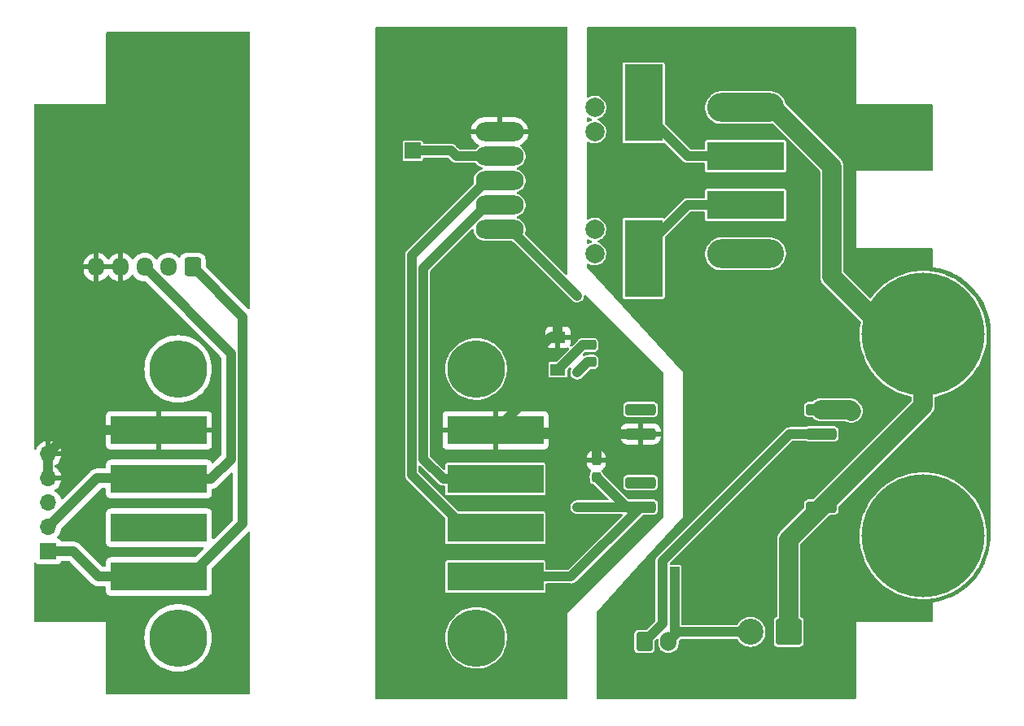
<source format=gbr>
%TF.GenerationSoftware,KiCad,Pcbnew,6.0.1-79c1e3a40b~116~ubuntu20.04.1*%
%TF.CreationDate,2022-10-25T16:13:21+09:00*%
%TF.ProjectId,Voltage-sensor-mother-board,566f6c74-6167-4652-9d73-656e736f722d,1.3*%
%TF.SameCoordinates,Original*%
%TF.FileFunction,Copper,L1,Top*%
%TF.FilePolarity,Positive*%
%FSLAX46Y46*%
G04 Gerber Fmt 4.6, Leading zero omitted, Abs format (unit mm)*
G04 Created by KiCad (PCBNEW 6.0.1-79c1e3a40b~116~ubuntu20.04.1) date 2022-10-25 16:13:21*
%MOMM*%
%LPD*%
G01*
G04 APERTURE LIST*
G04 Aperture macros list*
%AMRoundRect*
0 Rectangle with rounded corners*
0 $1 Rounding radius*
0 $2 $3 $4 $5 $6 $7 $8 $9 X,Y pos of 4 corners*
0 Add a 4 corners polygon primitive as box body*
4,1,4,$2,$3,$4,$5,$6,$7,$8,$9,$2,$3,0*
0 Add four circle primitives for the rounded corners*
1,1,$1+$1,$2,$3*
1,1,$1+$1,$4,$5*
1,1,$1+$1,$6,$7*
1,1,$1+$1,$8,$9*
0 Add four rect primitives between the rounded corners*
20,1,$1+$1,$2,$3,$4,$5,0*
20,1,$1+$1,$4,$5,$6,$7,0*
20,1,$1+$1,$6,$7,$8,$9,0*
20,1,$1+$1,$8,$9,$2,$3,0*%
G04 Aperture macros list end*
%TA.AperFunction,SMDPad,CuDef*%
%ADD10R,1.600000X1.200000*%
%TD*%
%TA.AperFunction,SMDPad,CuDef*%
%ADD11RoundRect,0.237500X-0.237500X0.287500X-0.237500X-0.287500X0.237500X-0.287500X0.237500X0.287500X0*%
%TD*%
%TA.AperFunction,SMDPad,CuDef*%
%ADD12RoundRect,0.237500X0.237500X-0.300000X0.237500X0.300000X-0.237500X0.300000X-0.237500X-0.300000X0*%
%TD*%
%TA.AperFunction,ComponentPad*%
%ADD13C,6.000000*%
%TD*%
%TA.AperFunction,ComponentPad*%
%ADD14R,10.000000X3.000000*%
%TD*%
%TA.AperFunction,ComponentPad*%
%ADD15RoundRect,0.250000X0.600000X0.725000X-0.600000X0.725000X-0.600000X-0.725000X0.600000X-0.725000X0*%
%TD*%
%TA.AperFunction,ComponentPad*%
%ADD16O,1.700000X1.950000*%
%TD*%
%TA.AperFunction,ComponentPad*%
%ADD17C,2.000000*%
%TD*%
%TA.AperFunction,ComponentPad*%
%ADD18O,5.000000X2.000000*%
%TD*%
%TA.AperFunction,ComponentPad*%
%ADD19O,8.000000X3.000000*%
%TD*%
%TA.AperFunction,ComponentPad*%
%ADD20R,8.000000X3.000000*%
%TD*%
%TA.AperFunction,ComponentPad*%
%ADD21R,4.000000X8.000000*%
%TD*%
%TA.AperFunction,SMDPad,CuDef*%
%ADD22RoundRect,0.300000X1.300000X0.300000X-1.300000X0.300000X-1.300000X-0.300000X1.300000X-0.300000X0*%
%TD*%
%TA.AperFunction,ComponentPad*%
%ADD23RoundRect,0.250000X-0.600000X-0.750000X0.600000X-0.750000X0.600000X0.750000X-0.600000X0.750000X0*%
%TD*%
%TA.AperFunction,ComponentPad*%
%ADD24O,1.700000X2.000000*%
%TD*%
%TA.AperFunction,SMDPad,CuDef*%
%ADD25R,1.000000X1.500000*%
%TD*%
%TA.AperFunction,ComponentPad*%
%ADD26O,1.700000X1.700000*%
%TD*%
%TA.AperFunction,ComponentPad*%
%ADD27R,1.700000X1.700000*%
%TD*%
%TA.AperFunction,ComponentPad*%
%ADD28C,2.700000*%
%TD*%
%TA.AperFunction,ComponentPad*%
%ADD29RoundRect,0.250001X1.099999X1.099999X-1.099999X1.099999X-1.099999X-1.099999X1.099999X-1.099999X0*%
%TD*%
%TA.AperFunction,ConnectorPad*%
%ADD30C,12.800000*%
%TD*%
%TA.AperFunction,ComponentPad*%
%ADD31C,6.800000*%
%TD*%
%TA.AperFunction,ViaPad*%
%ADD32C,0.800000*%
%TD*%
%TA.AperFunction,Conductor*%
%ADD33C,1.000000*%
%TD*%
%TA.AperFunction,Conductor*%
%ADD34C,2.000000*%
%TD*%
G04 APERTURE END LIST*
D10*
%TO.P,D2,1,K*%
%TO.N,HVGND*%
X105000000Y-82300000D03*
%TO.P,D2,2,A*%
%TO.N,Net-(D1-Pad1)*%
X105000000Y-85700000D03*
%TD*%
D11*
%TO.P,D1,1,K*%
%TO.N,Net-(D1-Pad1)*%
X108500000Y-83125000D03*
%TO.P,D1,2,A*%
%TO.N,Net-(M1-Pad1)*%
X108500000Y-84875000D03*
%TD*%
D12*
%TO.P,C1,1*%
%TO.N,Net-(M1-Pad1)*%
X109000000Y-96862500D03*
%TO.P,C1,2*%
%TO.N,HVGND*%
X109000000Y-95137500D03*
%TD*%
D13*
%TO.P,U2,*%
%TO.N,*%
X65500000Y-113620000D03*
X96500000Y-85620000D03*
X96500000Y-113620000D03*
X65500000Y-85620000D03*
D14*
%TO.P,U2,1,VCC1*%
%TO.N,Net-(M1-Pad1)*%
X98500000Y-107240000D03*
%TO.P,U2,2,SDA1*%
%TO.N,Net-(M1-Pad3)*%
X98500000Y-102160000D03*
%TO.P,U2,3,SCL1*%
%TO.N,Net-(M1-Pad2)*%
X98500000Y-97080000D03*
%TO.P,U2,4,GND1*%
%TO.N,HVGND*%
X98500000Y-92000000D03*
%TO.P,U2,5,VCC2*%
%TO.N,Net-(J6-Pad1)*%
X63500000Y-107240000D03*
%TO.P,U2,6,SDA2*%
%TO.N,Net-(J6-Pad3)*%
X63500000Y-102160000D03*
%TO.P,U2,7,SCL2*%
%TO.N,Net-(J6-Pad2)*%
X63500000Y-97080000D03*
%TO.P,U2,8,GND2*%
%TO.N,LVGND*%
X63500000Y-92000000D03*
%TD*%
D15*
%TO.P,J7,1,Pin_1*%
%TO.N,Net-(J6-Pad1)*%
X67000000Y-75000000D03*
D16*
%TO.P,J7,2,Pin_2*%
%TO.N,Net-(J6-Pad3)*%
X64500000Y-75000000D03*
%TO.P,J7,3,Pin_3*%
%TO.N,Net-(J6-Pad2)*%
X62000000Y-75000000D03*
%TO.P,J7,4,Pin_4*%
%TO.N,LVGND*%
X59500000Y-75000000D03*
%TO.P,J7,5,Pin_5*%
X57000000Y-75000000D03*
%TD*%
D17*
%TO.P,M1,*%
%TO.N,*%
X108825000Y-58380000D03*
X108825000Y-73620000D03*
X108825000Y-60920000D03*
X108825000Y-71080000D03*
D18*
%TO.P,M1,1,VSS*%
%TO.N,Net-(M1-Pad1)*%
X98935000Y-71080000D03*
%TO.P,M1,2,SCL*%
%TO.N,Net-(M1-Pad2)*%
X98935000Y-68540000D03*
%TO.P,M1,3,SDA*%
%TO.N,Net-(M1-Pad3)*%
X98935000Y-66000000D03*
%TO.P,M1,4,AL*%
%TO.N,Net-(J5-Pad1)*%
X98935000Y-63460000D03*
%TO.P,M1,5,GND*%
%TO.N,HVGND*%
X98935000Y-60920000D03*
D19*
%TO.P,M1,6,V-(GND)*%
%TO.N,VBAT-*%
X124525000Y-73620000D03*
D20*
%TO.P,M1,7,ISENSE-*%
%TO.N,unconnected-(M1-Pad7)*%
X124525000Y-68540000D03*
D21*
X113905000Y-74112000D03*
D20*
%TO.P,M1,8,ISENSE+*%
%TO.N,unconnected-(M1-Pad8)*%
X124525000Y-63460000D03*
D21*
X113905000Y-57888000D03*
D19*
%TO.P,M1,9,V+*%
%TO.N,VBAT+*%
X124525000Y-58380000D03*
%TD*%
D22*
%TO.P,U1,1,+Vin*%
%TO.N,VBAT+*%
X132400000Y-100000000D03*
%TO.P,U1,2,RC*%
%TO.N,Net-(J4-Pad1)*%
X132400000Y-92380000D03*
%TO.P,U1,3,-Vin*%
%TO.N,VBAT-*%
X132400000Y-89840000D03*
%TO.P,U1,4,NC*%
%TO.N,unconnected-(U1-Pad4)*%
X113600000Y-89840000D03*
%TO.P,U1,5,-Vout*%
%TO.N,HVGND*%
X113600000Y-92380000D03*
%TO.P,U1,6,TRM*%
%TO.N,unconnected-(U1-Pad6)*%
X113600000Y-97460000D03*
%TO.P,U1,7,+Vout*%
%TO.N,Net-(M1-Pad1)*%
X113600000Y-100000000D03*
%TD*%
D23*
%TO.P,J4,1,Pin_1*%
%TO.N,Net-(J4-Pad1)*%
X114000000Y-114000000D03*
D24*
%TO.P,J4,2,Pin_2*%
%TO.N,VBAT-*%
X116500000Y-114000000D03*
%TD*%
D25*
%TO.P,JP1,2,B*%
%TO.N,VBAT-*%
X117150000Y-107000000D03*
%TO.P,JP1,1,A*%
%TO.N,Net-(J4-Pad1)*%
X115850000Y-107000000D03*
%TD*%
D26*
%TO.P,J6,5,Pin_5*%
%TO.N,LVGND*%
X52000000Y-94460000D03*
%TO.P,J6,4,Pin_4*%
X52000000Y-97000000D03*
%TO.P,J6,3,Pin_3*%
%TO.N,Net-(J6-Pad3)*%
X52000000Y-99540000D03*
%TO.P,J6,2,Pin_2*%
%TO.N,Net-(J6-Pad2)*%
X52000000Y-102080000D03*
D27*
%TO.P,J6,1,Pin_1*%
%TO.N,Net-(J6-Pad1)*%
X52000000Y-104620000D03*
%TD*%
%TO.P,J5,1,Pin_1*%
%TO.N,Net-(J5-Pad1)*%
X89905000Y-62888000D03*
%TD*%
D28*
%TO.P,J3,2,Pin_2*%
%TO.N,VBAT-*%
X125040000Y-113000000D03*
D29*
%TO.P,J3,1,Pin_1*%
%TO.N,VBAT+*%
X129000000Y-113000000D03*
%TD*%
D30*
%TO.P,J2,1,Pin_1*%
%TO.N,VBAT-*%
X143000000Y-103000000D03*
D31*
X143000000Y-103000000D03*
%TD*%
D30*
%TO.P,J1,1,Pin_1*%
%TO.N,VBAT+*%
X143000000Y-82000000D03*
D31*
X143000000Y-82000000D03*
%TD*%
D32*
%TO.N,HVGND*%
X105000000Y-79000000D03*
%TO.N,Net-(M1-Pad1)*%
X107000000Y-86000000D03*
X107000000Y-100000000D03*
X107000000Y-78000000D03*
%TO.N,VBAT-*%
X135500000Y-90000000D03*
%TO.N,LVGND*%
X57000000Y-100000000D03*
X60000000Y-118000000D03*
%TD*%
D33*
%TO.N,Net-(J4-Pad1)*%
X115850000Y-107000000D02*
X115850000Y-112150000D01*
X115850000Y-112150000D02*
X114000000Y-114000000D01*
%TO.N,VBAT-*%
X117150000Y-107000000D02*
X117150000Y-113350000D01*
X117150000Y-113350000D02*
X116500000Y-114000000D01*
%TO.N,Net-(J4-Pad1)*%
X132400000Y-92380000D02*
X129120978Y-92380000D01*
X129120978Y-92380000D02*
X115850000Y-105650978D01*
X115850000Y-105650978D02*
X115850000Y-107000000D01*
%TO.N,VBAT-*%
X125040000Y-113000000D02*
X117500000Y-113000000D01*
X117500000Y-113000000D02*
X116500000Y-114000000D01*
%TO.N,HVGND*%
X105000000Y-82300000D02*
X105000000Y-79000000D01*
%TO.N,Net-(M1-Pad1)*%
X108500000Y-84875000D02*
X108125000Y-84875000D01*
X108125000Y-84875000D02*
X107000000Y-86000000D01*
X99935000Y-71080000D02*
X100080000Y-71080000D01*
X100080000Y-71080000D02*
X107000000Y-78000000D01*
X107000000Y-100000000D02*
X113600000Y-100000000D01*
%TO.N,Net-(D1-Pad1)*%
X108500000Y-83125000D02*
X107575000Y-83125000D01*
X107575000Y-83125000D02*
X105000000Y-85700000D01*
%TO.N,HVGND*%
X101500000Y-89000000D02*
X101500000Y-85000000D01*
X95500000Y-92000000D02*
X98500000Y-92000000D01*
X98500000Y-92000000D02*
X101500000Y-89000000D01*
X101500000Y-85000000D02*
X104200000Y-82300000D01*
X104200000Y-82300000D02*
X105000000Y-82300000D01*
%TO.N,Net-(M1-Pad1)*%
X109000000Y-96862500D02*
X112137500Y-100000000D01*
X112137500Y-100000000D02*
X113600000Y-100000000D01*
X113600000Y-100000000D02*
X106360000Y-107240000D01*
X106360000Y-107240000D02*
X95500000Y-107240000D01*
%TO.N,HVGND*%
X113600000Y-92380000D02*
X109120000Y-92380000D01*
X109000000Y-92500000D02*
X109120000Y-92380000D01*
X109120000Y-92380000D02*
X95880000Y-92380000D01*
X109000000Y-95137500D02*
X109000000Y-92500000D01*
X95880000Y-92380000D02*
X95500000Y-92000000D01*
D34*
%TO.N,VBAT+*%
X129000000Y-113000000D02*
X129000000Y-103400000D01*
X129000000Y-103400000D02*
X132400000Y-100000000D01*
X143000000Y-82000000D02*
X143000000Y-89400000D01*
X143000000Y-89400000D02*
X132400000Y-100000000D01*
%TO.N,VBAT-*%
X135340000Y-89840000D02*
X135500000Y-90000000D01*
X132400000Y-89840000D02*
X135340000Y-89840000D01*
%TO.N,VBAT+*%
X133500000Y-64535978D02*
X133500000Y-76000000D01*
X127344022Y-58380000D02*
X133500000Y-64535978D01*
X133500000Y-76000000D02*
X139500000Y-82000000D01*
X139500000Y-82000000D02*
X143000000Y-82000000D01*
D33*
%TO.N,Net-(J6-Pad1)*%
X67000000Y-75000000D02*
X72199520Y-80199520D01*
X72199520Y-80199520D02*
X72199520Y-101740480D01*
X72199520Y-101740480D02*
X66700000Y-107240000D01*
%TO.N,Net-(J6-Pad2)*%
X62000000Y-75000000D02*
X71000000Y-84000000D01*
X68920000Y-97080000D02*
X66700000Y-97080000D01*
X71000000Y-84000000D02*
X71000000Y-95000000D01*
X71000000Y-95000000D02*
X68920000Y-97080000D01*
X52000000Y-102080000D02*
X57080000Y-97000000D01*
X57080000Y-97000000D02*
X66620000Y-97000000D01*
X66620000Y-97000000D02*
X66700000Y-97080000D01*
%TO.N,LVGND*%
X52000000Y-94460000D02*
X54460000Y-92000000D01*
X54460000Y-92000000D02*
X66700000Y-92000000D01*
X52000000Y-97000000D02*
X52000000Y-94460000D01*
%TO.N,Net-(J6-Pad1)*%
X52000000Y-104620000D02*
X54620000Y-104620000D01*
X54620000Y-104620000D02*
X57240000Y-107240000D01*
X57240000Y-107240000D02*
X66700000Y-107240000D01*
%TO.N,unconnected-(M1-Pad8)*%
X121525000Y-63460000D02*
X118477000Y-63460000D01*
X118477000Y-63460000D02*
X113905000Y-58888000D01*
%TO.N,unconnected-(M1-Pad7)*%
X121525000Y-68540000D02*
X118477000Y-68540000D01*
X118477000Y-68540000D02*
X113905000Y-73112000D01*
%TO.N,Net-(J5-Pad1)*%
X99935000Y-63460000D02*
X94460000Y-63460000D01*
X94460000Y-63460000D02*
X93888000Y-62888000D01*
X93888000Y-62888000D02*
X89905000Y-62888000D01*
%TO.N,Net-(M1-Pad3)*%
X99935000Y-66000000D02*
X97571516Y-66000000D01*
X89800480Y-73771036D02*
X89800480Y-96660480D01*
X97571516Y-66000000D02*
X89800480Y-73771036D01*
X89800480Y-96660480D02*
X95300000Y-102160000D01*
%TO.N,Net-(M1-Pad2)*%
X91000000Y-75111516D02*
X91000000Y-95000000D01*
X97571516Y-68540000D02*
X91000000Y-75111516D01*
X99935000Y-68540000D02*
X97571516Y-68540000D01*
X91000000Y-95000000D02*
X93080000Y-97080000D01*
X93080000Y-97080000D02*
X95300000Y-97080000D01*
%TO.N,HVGND*%
X95700000Y-91430000D02*
X95130000Y-92000000D01*
D34*
%TO.N,VBAT+*%
X121525000Y-58380000D02*
X127344022Y-58380000D01*
%TD*%
%TA.AperFunction,Conductor*%
%TO.N,LVGND*%
G36*
X72918032Y-102552368D02*
G01*
X72974868Y-102594915D01*
X72999679Y-102661435D01*
X73000000Y-102670424D01*
X73000000Y-119366000D01*
X72979998Y-119434121D01*
X72926342Y-119480614D01*
X72874000Y-119492000D01*
X58126000Y-119492000D01*
X58057879Y-119471998D01*
X58011386Y-119418342D01*
X58000000Y-119366000D01*
X58000000Y-113620000D01*
X61986685Y-113620000D01*
X62005931Y-113987241D01*
X62063459Y-114350459D01*
X62158639Y-114705674D01*
X62290427Y-115048994D01*
X62457380Y-115376657D01*
X62657668Y-115685075D01*
X62889098Y-115970867D01*
X63149133Y-116230902D01*
X63434925Y-116462332D01*
X63743342Y-116662620D01*
X63746276Y-116664115D01*
X63746283Y-116664119D01*
X64068066Y-116828075D01*
X64071006Y-116829573D01*
X64414326Y-116961361D01*
X64769541Y-117056541D01*
X64962558Y-117087112D01*
X65129511Y-117113555D01*
X65129519Y-117113556D01*
X65132759Y-117114069D01*
X65500000Y-117133315D01*
X65867241Y-117114069D01*
X65870481Y-117113556D01*
X65870489Y-117113555D01*
X66037442Y-117087112D01*
X66230459Y-117056541D01*
X66585674Y-116961361D01*
X66928994Y-116829573D01*
X66931934Y-116828075D01*
X67253717Y-116664119D01*
X67253724Y-116664115D01*
X67256658Y-116662620D01*
X67565075Y-116462332D01*
X67850867Y-116230902D01*
X68110902Y-115970867D01*
X68342332Y-115685075D01*
X68542620Y-115376657D01*
X68709573Y-115048994D01*
X68841361Y-114705674D01*
X68936541Y-114350459D01*
X68994069Y-113987241D01*
X69013315Y-113620000D01*
X68994069Y-113252759D01*
X68936541Y-112889541D01*
X68841361Y-112534326D01*
X68709573Y-112191006D01*
X68708075Y-112188066D01*
X68544119Y-111866284D01*
X68544115Y-111866277D01*
X68542620Y-111863343D01*
X68342332Y-111554925D01*
X68110902Y-111269133D01*
X67850867Y-111009098D01*
X67565075Y-110777668D01*
X67256658Y-110577380D01*
X67253724Y-110575885D01*
X67253717Y-110575881D01*
X66931934Y-110411925D01*
X66928994Y-110410427D01*
X66585674Y-110278639D01*
X66230459Y-110183459D01*
X66037442Y-110152888D01*
X65870489Y-110126445D01*
X65870481Y-110126444D01*
X65867241Y-110125931D01*
X65500000Y-110106685D01*
X65132759Y-110125931D01*
X65129519Y-110126444D01*
X65129511Y-110126445D01*
X64962558Y-110152888D01*
X64769541Y-110183459D01*
X64414326Y-110278639D01*
X64071006Y-110410427D01*
X64068066Y-110411925D01*
X63746284Y-110575881D01*
X63746277Y-110575885D01*
X63743343Y-110577380D01*
X63434925Y-110777668D01*
X63149133Y-111009098D01*
X62889098Y-111269133D01*
X62657668Y-111554925D01*
X62457380Y-111863343D01*
X62455885Y-111866277D01*
X62455881Y-111866284D01*
X62291925Y-112188066D01*
X62290427Y-112191006D01*
X62158639Y-112534326D01*
X62063459Y-112889541D01*
X62005931Y-113252759D01*
X61986685Y-113620000D01*
X58000000Y-113620000D01*
X58000000Y-112000000D01*
X50634000Y-112000000D01*
X50565879Y-111979998D01*
X50519386Y-111926342D01*
X50508000Y-111874000D01*
X50508000Y-105839559D01*
X50528002Y-105771438D01*
X50581658Y-105724945D01*
X50651932Y-105714841D01*
X50716512Y-105744335D01*
X50734826Y-105763994D01*
X50786739Y-105833261D01*
X50903295Y-105920615D01*
X51039684Y-105971745D01*
X51101866Y-105978500D01*
X52898134Y-105978500D01*
X52960316Y-105971745D01*
X53096705Y-105920615D01*
X53213261Y-105833261D01*
X53300615Y-105716705D01*
X53303767Y-105708296D01*
X53308077Y-105700425D01*
X53309741Y-105701336D01*
X53345663Y-105653510D01*
X53412224Y-105628807D01*
X53421009Y-105628500D01*
X54150075Y-105628500D01*
X54218196Y-105648502D01*
X54239170Y-105665405D01*
X56483149Y-107909384D01*
X56492251Y-107919527D01*
X56515968Y-107949025D01*
X56554450Y-107981315D01*
X56558062Y-107984467D01*
X56559888Y-107986123D01*
X56562075Y-107988310D01*
X56564458Y-107990267D01*
X56564463Y-107990272D01*
X56595268Y-108015576D01*
X56596252Y-108016393D01*
X56667474Y-108076154D01*
X56672147Y-108078723D01*
X56676262Y-108082103D01*
X56681691Y-108085014D01*
X56681694Y-108085016D01*
X56758180Y-108126028D01*
X56759338Y-108126657D01*
X56835388Y-108168465D01*
X56840787Y-108171433D01*
X56845865Y-108173044D01*
X56850563Y-108175563D01*
X56939498Y-108202753D01*
X56940702Y-108203128D01*
X57029306Y-108231235D01*
X57034597Y-108231828D01*
X57039698Y-108233388D01*
X57132311Y-108242795D01*
X57133431Y-108242915D01*
X57183227Y-108248500D01*
X57186756Y-108248500D01*
X57187739Y-108248555D01*
X57193426Y-108249003D01*
X57213683Y-108251060D01*
X57230336Y-108252752D01*
X57230339Y-108252752D01*
X57236463Y-108253374D01*
X57282112Y-108249059D01*
X57293969Y-108248500D01*
X57865500Y-108248500D01*
X57933621Y-108268502D01*
X57980114Y-108322158D01*
X57991500Y-108374500D01*
X57991500Y-108788134D01*
X57998255Y-108850316D01*
X58049385Y-108986705D01*
X58136739Y-109103261D01*
X58253295Y-109190615D01*
X58389684Y-109241745D01*
X58451866Y-109248500D01*
X68548134Y-109248500D01*
X68610316Y-109241745D01*
X68746705Y-109190615D01*
X68863261Y-109103261D01*
X68950615Y-108986705D01*
X69001745Y-108850316D01*
X69008500Y-108788134D01*
X69008500Y-106409925D01*
X69028502Y-106341804D01*
X69045405Y-106320830D01*
X72784905Y-102581329D01*
X72847217Y-102547303D01*
X72918032Y-102552368D01*
G37*
%TD.AperFunction*%
%TA.AperFunction,Conductor*%
G36*
X71109052Y-96421348D02*
G01*
X71165888Y-96463895D01*
X71190699Y-96530415D01*
X71191020Y-96539404D01*
X71191020Y-101270556D01*
X71171018Y-101338677D01*
X71154115Y-101359651D01*
X69223595Y-103290171D01*
X69161283Y-103324197D01*
X69090468Y-103319132D01*
X69033632Y-103276585D01*
X69008821Y-103210065D01*
X69008500Y-103201076D01*
X69008500Y-100611866D01*
X69001745Y-100549684D01*
X68950615Y-100413295D01*
X68863261Y-100296739D01*
X68746705Y-100209385D01*
X68610316Y-100158255D01*
X68548134Y-100151500D01*
X58451866Y-100151500D01*
X58389684Y-100158255D01*
X58253295Y-100209385D01*
X58136739Y-100296739D01*
X58049385Y-100413295D01*
X57998255Y-100549684D01*
X57991500Y-100611866D01*
X57991500Y-103708134D01*
X57998255Y-103770316D01*
X58049385Y-103906705D01*
X58136739Y-104023261D01*
X58253295Y-104110615D01*
X58389684Y-104161745D01*
X58451866Y-104168500D01*
X68041076Y-104168500D01*
X68109197Y-104188502D01*
X68155690Y-104242158D01*
X68165794Y-104312432D01*
X68136300Y-104377012D01*
X68130171Y-104383595D01*
X67319171Y-105194595D01*
X67256859Y-105228621D01*
X67230076Y-105231500D01*
X58451866Y-105231500D01*
X58389684Y-105238255D01*
X58253295Y-105289385D01*
X58136739Y-105376739D01*
X58049385Y-105493295D01*
X57998255Y-105629684D01*
X57991500Y-105691866D01*
X57991500Y-106105500D01*
X57971498Y-106173621D01*
X57917842Y-106220114D01*
X57865500Y-106231500D01*
X57709924Y-106231500D01*
X57641803Y-106211498D01*
X57620829Y-106194595D01*
X55376855Y-103950621D01*
X55367753Y-103940478D01*
X55347897Y-103915782D01*
X55344032Y-103910975D01*
X55305578Y-103878708D01*
X55301931Y-103875528D01*
X55300119Y-103873885D01*
X55297925Y-103871691D01*
X55264651Y-103844358D01*
X55263853Y-103843696D01*
X55192526Y-103783846D01*
X55187856Y-103781278D01*
X55183739Y-103777897D01*
X55101914Y-103734023D01*
X55100755Y-103733394D01*
X55024619Y-103691538D01*
X55024611Y-103691535D01*
X55019213Y-103688567D01*
X55014131Y-103686955D01*
X55009437Y-103684438D01*
X54920469Y-103657238D01*
X54919441Y-103656918D01*
X54830694Y-103628765D01*
X54825398Y-103628171D01*
X54820302Y-103626613D01*
X54727743Y-103617210D01*
X54726607Y-103617089D01*
X54692992Y-103613319D01*
X54680270Y-103611892D01*
X54680266Y-103611892D01*
X54676773Y-103611500D01*
X54673246Y-103611500D01*
X54672261Y-103611445D01*
X54666581Y-103610998D01*
X54637175Y-103608011D01*
X54629663Y-103607248D01*
X54629661Y-103607248D01*
X54623538Y-103606626D01*
X54581259Y-103610623D01*
X54577891Y-103610941D01*
X54566033Y-103611500D01*
X53421009Y-103611500D01*
X53352888Y-103591498D01*
X53306395Y-103537842D01*
X53304097Y-103532306D01*
X53303768Y-103531704D01*
X53300615Y-103523295D01*
X53213261Y-103406739D01*
X53096705Y-103319385D01*
X53084132Y-103314672D01*
X52978203Y-103274960D01*
X52921439Y-103232318D01*
X52896739Y-103165756D01*
X52911947Y-103096408D01*
X52933493Y-103067727D01*
X53034435Y-102967137D01*
X53038096Y-102963489D01*
X53097594Y-102880689D01*
X53165435Y-102786277D01*
X53168453Y-102782077D01*
X53227836Y-102661925D01*
X53265136Y-102586453D01*
X53265137Y-102586451D01*
X53267430Y-102581811D01*
X53332370Y-102368069D01*
X53356232Y-102186824D01*
X53384955Y-102121897D01*
X53392059Y-102114176D01*
X57460829Y-98045405D01*
X57523141Y-98011379D01*
X57549924Y-98008500D01*
X57865500Y-98008500D01*
X57933621Y-98028502D01*
X57980114Y-98082158D01*
X57991500Y-98134500D01*
X57991500Y-98628134D01*
X57998255Y-98690316D01*
X58049385Y-98826705D01*
X58136739Y-98943261D01*
X58253295Y-99030615D01*
X58389684Y-99081745D01*
X58451866Y-99088500D01*
X68548134Y-99088500D01*
X68610316Y-99081745D01*
X68746705Y-99030615D01*
X68863261Y-98943261D01*
X68950615Y-98826705D01*
X69001745Y-98690316D01*
X69008500Y-98628134D01*
X69008500Y-98198415D01*
X69028502Y-98130294D01*
X69082158Y-98083801D01*
X69105956Y-98076127D01*
X69106413Y-98076087D01*
X69111532Y-98074600D01*
X69116833Y-98074080D01*
X69205834Y-98047209D01*
X69206967Y-98046874D01*
X69290414Y-98022630D01*
X69290418Y-98022628D01*
X69296336Y-98020909D01*
X69301068Y-98018456D01*
X69306169Y-98016916D01*
X69321998Y-98008500D01*
X69388260Y-97973269D01*
X69389426Y-97972657D01*
X69466453Y-97932729D01*
X69471926Y-97929892D01*
X69476089Y-97926569D01*
X69480796Y-97924066D01*
X69552918Y-97865245D01*
X69553774Y-97864554D01*
X69592973Y-97833262D01*
X69595477Y-97830758D01*
X69596195Y-97830116D01*
X69600528Y-97826415D01*
X69634062Y-97799065D01*
X69663288Y-97763737D01*
X69671277Y-97754958D01*
X70975925Y-96450309D01*
X71038237Y-96416284D01*
X71109052Y-96421348D01*
G37*
%TD.AperFunction*%
%TA.AperFunction,Conductor*%
G36*
X72942121Y-50528002D02*
G01*
X72988614Y-50581658D01*
X73000000Y-50634000D01*
X73000000Y-79269576D01*
X72979998Y-79337697D01*
X72926342Y-79384190D01*
X72856068Y-79394294D01*
X72791488Y-79364800D01*
X72784905Y-79358671D01*
X68395405Y-74969171D01*
X68361379Y-74906859D01*
X68358500Y-74880076D01*
X68358500Y-74224600D01*
X68354292Y-74184041D01*
X68348238Y-74125692D01*
X68348237Y-74125688D01*
X68347526Y-74118834D01*
X68340785Y-74098627D01*
X68293868Y-73958002D01*
X68291550Y-73951054D01*
X68198478Y-73800652D01*
X68073303Y-73675695D01*
X68042965Y-73656994D01*
X67928968Y-73586725D01*
X67928966Y-73586724D01*
X67922738Y-73582885D01*
X67809353Y-73545277D01*
X67761389Y-73529368D01*
X67761387Y-73529368D01*
X67754861Y-73527203D01*
X67748025Y-73526503D01*
X67748022Y-73526502D01*
X67704969Y-73522091D01*
X67650400Y-73516500D01*
X66349600Y-73516500D01*
X66346354Y-73516837D01*
X66346350Y-73516837D01*
X66250692Y-73526762D01*
X66250688Y-73526763D01*
X66243834Y-73527474D01*
X66237298Y-73529655D01*
X66237296Y-73529655D01*
X66105194Y-73573728D01*
X66076054Y-73583450D01*
X65925652Y-73676522D01*
X65800695Y-73801697D01*
X65727170Y-73920977D01*
X65710920Y-73947339D01*
X65658148Y-73994832D01*
X65588076Y-74006256D01*
X65522952Y-73977982D01*
X65512490Y-73968195D01*
X65407103Y-73857722D01*
X65403424Y-73853865D01*
X65218458Y-73716246D01*
X65213707Y-73713830D01*
X65213703Y-73713828D01*
X65095588Y-73653776D01*
X65012949Y-73611760D01*
X65007855Y-73610178D01*
X65007852Y-73610177D01*
X64797871Y-73544976D01*
X64792773Y-73543393D01*
X64787484Y-73542692D01*
X64569511Y-73513802D01*
X64569506Y-73513802D01*
X64564226Y-73513102D01*
X64558897Y-73513302D01*
X64558895Y-73513302D01*
X64449034Y-73517427D01*
X64333842Y-73521751D01*
X64328623Y-73522846D01*
X64306566Y-73527474D01*
X64108209Y-73569093D01*
X64103250Y-73571051D01*
X64103248Y-73571052D01*
X63898744Y-73651815D01*
X63898742Y-73651816D01*
X63893779Y-73653776D01*
X63889220Y-73656543D01*
X63889217Y-73656544D01*
X63794113Y-73714255D01*
X63696683Y-73773377D01*
X63692653Y-73776874D01*
X63599484Y-73857722D01*
X63522555Y-73924477D01*
X63503809Y-73947339D01*
X63379760Y-74098627D01*
X63379756Y-74098633D01*
X63376376Y-74102755D01*
X63358448Y-74134250D01*
X63307368Y-74183555D01*
X63237738Y-74197417D01*
X63171667Y-74171434D01*
X63144427Y-74142284D01*
X63117814Y-74102755D01*
X63062559Y-74020681D01*
X62903424Y-73853865D01*
X62718458Y-73716246D01*
X62713707Y-73713830D01*
X62713703Y-73713828D01*
X62595588Y-73653776D01*
X62512949Y-73611760D01*
X62507855Y-73610178D01*
X62507852Y-73610177D01*
X62297871Y-73544976D01*
X62292773Y-73543393D01*
X62287484Y-73542692D01*
X62069511Y-73513802D01*
X62069506Y-73513802D01*
X62064226Y-73513102D01*
X62058897Y-73513302D01*
X62058895Y-73513302D01*
X61949034Y-73517427D01*
X61833842Y-73521751D01*
X61828623Y-73522846D01*
X61806566Y-73527474D01*
X61608209Y-73569093D01*
X61603250Y-73571051D01*
X61603248Y-73571052D01*
X61398744Y-73651815D01*
X61398742Y-73651816D01*
X61393779Y-73653776D01*
X61389220Y-73656543D01*
X61389217Y-73656544D01*
X61294113Y-73714255D01*
X61196683Y-73773377D01*
X61192653Y-73776874D01*
X61099484Y-73857722D01*
X61022555Y-73924477D01*
X61003809Y-73947339D01*
X60879760Y-74098627D01*
X60879756Y-74098633D01*
X60876376Y-74102755D01*
X60873738Y-74107390D01*
X60873733Y-74107398D01*
X60858171Y-74134735D01*
X60807088Y-74184041D01*
X60737458Y-74197902D01*
X60671387Y-74171918D01*
X60644149Y-74142768D01*
X60565148Y-74025422D01*
X60558481Y-74017130D01*
X60406772Y-73858100D01*
X60398814Y-73851059D01*
X60222475Y-73719859D01*
X60213438Y-73714255D01*
X60017516Y-73614643D01*
X60007665Y-73610643D01*
X59797760Y-73545466D01*
X59787376Y-73543183D01*
X59771957Y-73541139D01*
X59757793Y-73543335D01*
X59754000Y-73556522D01*
X59754000Y-76441192D01*
X59757973Y-76454723D01*
X59768580Y-76456248D01*
X59886421Y-76431523D01*
X59896617Y-76428463D01*
X60101029Y-76347737D01*
X60110561Y-76343006D01*
X60298462Y-76228984D01*
X60307052Y-76222720D01*
X60473052Y-76078673D01*
X60480472Y-76071042D01*
X60619826Y-75901089D01*
X60625848Y-75892326D01*
X60641238Y-75865289D01*
X60692320Y-75815982D01*
X60761951Y-75802120D01*
X60828022Y-75828103D01*
X60855261Y-75857253D01*
X60884773Y-75901089D01*
X60937441Y-75979319D01*
X61096576Y-76146135D01*
X61281542Y-76283754D01*
X61286293Y-76286170D01*
X61286297Y-76286172D01*
X61351129Y-76319134D01*
X61487051Y-76388240D01*
X61492145Y-76389822D01*
X61492148Y-76389823D01*
X61616589Y-76428463D01*
X61707227Y-76456607D01*
X61712516Y-76457308D01*
X61930489Y-76486198D01*
X61930494Y-76486198D01*
X61935774Y-76486898D01*
X61941103Y-76486698D01*
X61941105Y-76486698D01*
X62001202Y-76484442D01*
X62070025Y-76501874D01*
X62095023Y-76521258D01*
X69954595Y-84380829D01*
X69988621Y-84443141D01*
X69991500Y-84469924D01*
X69991500Y-94530075D01*
X69971498Y-94598196D01*
X69954600Y-94619165D01*
X69168028Y-95405737D01*
X69105718Y-95439761D01*
X69034903Y-95434697D01*
X68978067Y-95392150D01*
X68960953Y-95360871D01*
X68953767Y-95341703D01*
X68950615Y-95333295D01*
X68863261Y-95216739D01*
X68746705Y-95129385D01*
X68610316Y-95078255D01*
X68548134Y-95071500D01*
X58451866Y-95071500D01*
X58389684Y-95078255D01*
X58253295Y-95129385D01*
X58136739Y-95216739D01*
X58049385Y-95333295D01*
X57998255Y-95469684D01*
X57991500Y-95531866D01*
X57991500Y-95865500D01*
X57971498Y-95933621D01*
X57917842Y-95980114D01*
X57865500Y-95991500D01*
X57141843Y-95991500D01*
X57128236Y-95990763D01*
X57096738Y-95987341D01*
X57096733Y-95987341D01*
X57090612Y-95986676D01*
X57064362Y-95988973D01*
X57040612Y-95991050D01*
X57035786Y-95991379D01*
X57033314Y-95991500D01*
X57030231Y-95991500D01*
X57018262Y-95992674D01*
X56987494Y-95995690D01*
X56986181Y-95995812D01*
X56941916Y-95999685D01*
X56893587Y-96003913D01*
X56888468Y-96005400D01*
X56883167Y-96005920D01*
X56794166Y-96032791D01*
X56793033Y-96033126D01*
X56709586Y-96057370D01*
X56709582Y-96057372D01*
X56703664Y-96059091D01*
X56698932Y-96061544D01*
X56693831Y-96063084D01*
X56688388Y-96065978D01*
X56611740Y-96106731D01*
X56610574Y-96107343D01*
X56533547Y-96147271D01*
X56528074Y-96150108D01*
X56523911Y-96153431D01*
X56519204Y-96155934D01*
X56447082Y-96214755D01*
X56446226Y-96215446D01*
X56407027Y-96246738D01*
X56404523Y-96249242D01*
X56403805Y-96249884D01*
X56399472Y-96253585D01*
X56365938Y-96280935D01*
X56362011Y-96285682D01*
X56362009Y-96285684D01*
X56336713Y-96316262D01*
X56328723Y-96325042D01*
X53499935Y-99153830D01*
X53437623Y-99187856D01*
X53366808Y-99182791D01*
X53309972Y-99140244D01*
X53291627Y-99105465D01*
X53290431Y-99100702D01*
X53201354Y-98895840D01*
X53080014Y-98708277D01*
X52929670Y-98543051D01*
X52925619Y-98539852D01*
X52925615Y-98539848D01*
X52758414Y-98407800D01*
X52758410Y-98407798D01*
X52754359Y-98404598D01*
X52712569Y-98381529D01*
X52662598Y-98331097D01*
X52647826Y-98261654D01*
X52672942Y-98195248D01*
X52700294Y-98168641D01*
X52875328Y-98043792D01*
X52883200Y-98037139D01*
X53034052Y-97886812D01*
X53040730Y-97878965D01*
X53165003Y-97706020D01*
X53170313Y-97697183D01*
X53264670Y-97506267D01*
X53268469Y-97496672D01*
X53330377Y-97292910D01*
X53332555Y-97282837D01*
X53333986Y-97271962D01*
X53331775Y-97257778D01*
X53318617Y-97254000D01*
X51872000Y-97254000D01*
X51803879Y-97233998D01*
X51757386Y-97180342D01*
X51746000Y-97128000D01*
X51746000Y-96727885D01*
X52254000Y-96727885D01*
X52258475Y-96743124D01*
X52259865Y-96744329D01*
X52267548Y-96746000D01*
X53318344Y-96746000D01*
X53331875Y-96742027D01*
X53333180Y-96732947D01*
X53291214Y-96565875D01*
X53287894Y-96556124D01*
X53202972Y-96360814D01*
X53198105Y-96351739D01*
X53082426Y-96172926D01*
X53076136Y-96164757D01*
X52932806Y-96007240D01*
X52925273Y-96000215D01*
X52758139Y-95868222D01*
X52749552Y-95862517D01*
X52712116Y-95841851D01*
X52662146Y-95791419D01*
X52647374Y-95721976D01*
X52672490Y-95655571D01*
X52699842Y-95628964D01*
X52875327Y-95503792D01*
X52883200Y-95497139D01*
X53034052Y-95346812D01*
X53040730Y-95338965D01*
X53165003Y-95166020D01*
X53170313Y-95157183D01*
X53264670Y-94966267D01*
X53268469Y-94956672D01*
X53330377Y-94752910D01*
X53332555Y-94742837D01*
X53333986Y-94731962D01*
X53331775Y-94717778D01*
X53318617Y-94714000D01*
X52272115Y-94714000D01*
X52256876Y-94718475D01*
X52255671Y-94719865D01*
X52254000Y-94727548D01*
X52254000Y-96727885D01*
X51746000Y-96727885D01*
X51746000Y-94187885D01*
X52254000Y-94187885D01*
X52258475Y-94203124D01*
X52259865Y-94204329D01*
X52267548Y-94206000D01*
X53318344Y-94206000D01*
X53331875Y-94202027D01*
X53333180Y-94192947D01*
X53291214Y-94025875D01*
X53287894Y-94016124D01*
X53202972Y-93820814D01*
X53198105Y-93811739D01*
X53082426Y-93632926D01*
X53076136Y-93624757D01*
X53003261Y-93544669D01*
X57992001Y-93544669D01*
X57992371Y-93551490D01*
X57997895Y-93602352D01*
X58001521Y-93617604D01*
X58046676Y-93738054D01*
X58055214Y-93753649D01*
X58131715Y-93855724D01*
X58144276Y-93868285D01*
X58246351Y-93944786D01*
X58261946Y-93953324D01*
X58382394Y-93998478D01*
X58397649Y-94002105D01*
X58448514Y-94007631D01*
X58455328Y-94008000D01*
X63227885Y-94008000D01*
X63243124Y-94003525D01*
X63244329Y-94002135D01*
X63246000Y-93994452D01*
X63246000Y-93989884D01*
X63754000Y-93989884D01*
X63758475Y-94005123D01*
X63759865Y-94006328D01*
X63767548Y-94007999D01*
X68544669Y-94007999D01*
X68551490Y-94007629D01*
X68602352Y-94002105D01*
X68617604Y-93998479D01*
X68738054Y-93953324D01*
X68753649Y-93944786D01*
X68855724Y-93868285D01*
X68868285Y-93855724D01*
X68944786Y-93753649D01*
X68953324Y-93738054D01*
X68998478Y-93617606D01*
X69002105Y-93602351D01*
X69007631Y-93551486D01*
X69008000Y-93544672D01*
X69008000Y-92272115D01*
X69003525Y-92256876D01*
X69002135Y-92255671D01*
X68994452Y-92254000D01*
X63772115Y-92254000D01*
X63756876Y-92258475D01*
X63755671Y-92259865D01*
X63754000Y-92267548D01*
X63754000Y-93989884D01*
X63246000Y-93989884D01*
X63246000Y-92272115D01*
X63241525Y-92256876D01*
X63240135Y-92255671D01*
X63232452Y-92254000D01*
X58010116Y-92254000D01*
X57994877Y-92258475D01*
X57993672Y-92259865D01*
X57992001Y-92267548D01*
X57992001Y-93544669D01*
X53003261Y-93544669D01*
X52932806Y-93467240D01*
X52925273Y-93460215D01*
X52758139Y-93328222D01*
X52749552Y-93322517D01*
X52563117Y-93219599D01*
X52553705Y-93215369D01*
X52352959Y-93144280D01*
X52342988Y-93141646D01*
X52271837Y-93128972D01*
X52258540Y-93130432D01*
X52254000Y-93144989D01*
X52254000Y-94187885D01*
X51746000Y-94187885D01*
X51746000Y-93143102D01*
X51742082Y-93129758D01*
X51727806Y-93127771D01*
X51689324Y-93133660D01*
X51679288Y-93136051D01*
X51476868Y-93202212D01*
X51467359Y-93206209D01*
X51278463Y-93304542D01*
X51269738Y-93310036D01*
X51099433Y-93437905D01*
X51091726Y-93444748D01*
X50944590Y-93598717D01*
X50938104Y-93606727D01*
X50818098Y-93782649D01*
X50813000Y-93791623D01*
X50748288Y-93931033D01*
X50701464Y-93984400D01*
X50633221Y-94003981D01*
X50565225Y-93983558D01*
X50519065Y-93929615D01*
X50508000Y-93877983D01*
X50508000Y-91727885D01*
X57992000Y-91727885D01*
X57996475Y-91743124D01*
X57997865Y-91744329D01*
X58005548Y-91746000D01*
X63227885Y-91746000D01*
X63243124Y-91741525D01*
X63244329Y-91740135D01*
X63246000Y-91732452D01*
X63246000Y-91727885D01*
X63754000Y-91727885D01*
X63758475Y-91743124D01*
X63759865Y-91744329D01*
X63767548Y-91746000D01*
X68989884Y-91746000D01*
X69005123Y-91741525D01*
X69006328Y-91740135D01*
X69007999Y-91732452D01*
X69007999Y-90455331D01*
X69007629Y-90448510D01*
X69002105Y-90397648D01*
X68998479Y-90382396D01*
X68953324Y-90261946D01*
X68944786Y-90246351D01*
X68868285Y-90144276D01*
X68855724Y-90131715D01*
X68753649Y-90055214D01*
X68738054Y-90046676D01*
X68617606Y-90001522D01*
X68602351Y-89997895D01*
X68551486Y-89992369D01*
X68544672Y-89992000D01*
X63772115Y-89992000D01*
X63756876Y-89996475D01*
X63755671Y-89997865D01*
X63754000Y-90005548D01*
X63754000Y-91727885D01*
X63246000Y-91727885D01*
X63246000Y-90010116D01*
X63241525Y-89994877D01*
X63240135Y-89993672D01*
X63232452Y-89992001D01*
X58455331Y-89992001D01*
X58448510Y-89992371D01*
X58397648Y-89997895D01*
X58382396Y-90001521D01*
X58261946Y-90046676D01*
X58246351Y-90055214D01*
X58144276Y-90131715D01*
X58131715Y-90144276D01*
X58055214Y-90246351D01*
X58046676Y-90261946D01*
X58001522Y-90382394D01*
X57997895Y-90397649D01*
X57992369Y-90448514D01*
X57992000Y-90455328D01*
X57992000Y-91727885D01*
X50508000Y-91727885D01*
X50508000Y-85620000D01*
X61986685Y-85620000D01*
X62005931Y-85987241D01*
X62063459Y-86350459D01*
X62158639Y-86705674D01*
X62290427Y-87048994D01*
X62457380Y-87376657D01*
X62657668Y-87685075D01*
X62889098Y-87970867D01*
X63149133Y-88230902D01*
X63434925Y-88462332D01*
X63743342Y-88662620D01*
X63746276Y-88664115D01*
X63746283Y-88664119D01*
X64068066Y-88828075D01*
X64071006Y-88829573D01*
X64414326Y-88961361D01*
X64769541Y-89056541D01*
X64962558Y-89087112D01*
X65129511Y-89113555D01*
X65129519Y-89113556D01*
X65132759Y-89114069D01*
X65500000Y-89133315D01*
X65867241Y-89114069D01*
X65870481Y-89113556D01*
X65870489Y-89113555D01*
X66037442Y-89087112D01*
X66230459Y-89056541D01*
X66585674Y-88961361D01*
X66928994Y-88829573D01*
X66931934Y-88828075D01*
X67253717Y-88664119D01*
X67253724Y-88664115D01*
X67256658Y-88662620D01*
X67565075Y-88462332D01*
X67850867Y-88230902D01*
X68110902Y-87970867D01*
X68342332Y-87685075D01*
X68542620Y-87376657D01*
X68709573Y-87048994D01*
X68841361Y-86705674D01*
X68936541Y-86350459D01*
X68994069Y-85987241D01*
X69013315Y-85620000D01*
X68994069Y-85252759D01*
X68936541Y-84889541D01*
X68841361Y-84534326D01*
X68709573Y-84191006D01*
X68542620Y-83863343D01*
X68342332Y-83554925D01*
X68110902Y-83269133D01*
X67850867Y-83009098D01*
X67565075Y-82777668D01*
X67256658Y-82577380D01*
X67253724Y-82575885D01*
X67253717Y-82575881D01*
X66931934Y-82411925D01*
X66928994Y-82410427D01*
X66585674Y-82278639D01*
X66230459Y-82183459D01*
X66037442Y-82152888D01*
X65870489Y-82126445D01*
X65870481Y-82126444D01*
X65867241Y-82125931D01*
X65500000Y-82106685D01*
X65132759Y-82125931D01*
X65129519Y-82126444D01*
X65129511Y-82126445D01*
X64962558Y-82152888D01*
X64769541Y-82183459D01*
X64414326Y-82278639D01*
X64071006Y-82410427D01*
X64068066Y-82411925D01*
X63746284Y-82575881D01*
X63746277Y-82575885D01*
X63743343Y-82577380D01*
X63434925Y-82777668D01*
X63149133Y-83009098D01*
X62889098Y-83269133D01*
X62657668Y-83554925D01*
X62457380Y-83863343D01*
X62290427Y-84191006D01*
X62158639Y-84534326D01*
X62063459Y-84889541D01*
X62005931Y-85252759D01*
X61986685Y-85620000D01*
X50508000Y-85620000D01*
X50508000Y-75270193D01*
X55649410Y-75270193D01*
X55656124Y-75349325D01*
X55657914Y-75359797D01*
X55713130Y-75572535D01*
X55716665Y-75582575D01*
X55806937Y-75782970D01*
X55812106Y-75792256D01*
X55934850Y-75974575D01*
X55941519Y-75982870D01*
X56093228Y-76141900D01*
X56101186Y-76148941D01*
X56277525Y-76280141D01*
X56286562Y-76285745D01*
X56482484Y-76385357D01*
X56492335Y-76389357D01*
X56702240Y-76454534D01*
X56712624Y-76456817D01*
X56728043Y-76458861D01*
X56742207Y-76456665D01*
X56746000Y-76443478D01*
X56746000Y-76441192D01*
X57254000Y-76441192D01*
X57257973Y-76454723D01*
X57268580Y-76456248D01*
X57386421Y-76431523D01*
X57396617Y-76428463D01*
X57601029Y-76347737D01*
X57610561Y-76343006D01*
X57798462Y-76228984D01*
X57807052Y-76222720D01*
X57973052Y-76078673D01*
X57980472Y-76071042D01*
X58119826Y-75901089D01*
X58125850Y-75892323D01*
X58141517Y-75864801D01*
X58192600Y-75815496D01*
X58262230Y-75801635D01*
X58328301Y-75827619D01*
X58355538Y-75856768D01*
X58434850Y-75974575D01*
X58441519Y-75982870D01*
X58593228Y-76141900D01*
X58601186Y-76148941D01*
X58777525Y-76280141D01*
X58786562Y-76285745D01*
X58982484Y-76385357D01*
X58992335Y-76389357D01*
X59202240Y-76454534D01*
X59212624Y-76456817D01*
X59228043Y-76458861D01*
X59242207Y-76456665D01*
X59246000Y-76443478D01*
X59246000Y-75272115D01*
X59241525Y-75256876D01*
X59240135Y-75255671D01*
X59232452Y-75254000D01*
X57272115Y-75254000D01*
X57256876Y-75258475D01*
X57255671Y-75259865D01*
X57254000Y-75267548D01*
X57254000Y-76441192D01*
X56746000Y-76441192D01*
X56746000Y-75272115D01*
X56741525Y-75256876D01*
X56740135Y-75255671D01*
X56732452Y-75254000D01*
X55666151Y-75254000D01*
X55651473Y-75258310D01*
X55649410Y-75270193D01*
X50508000Y-75270193D01*
X50508000Y-74728174D01*
X55646496Y-74728174D01*
X55647915Y-74741414D01*
X55662550Y-74746000D01*
X56727885Y-74746000D01*
X56743124Y-74741525D01*
X56744329Y-74740135D01*
X56746000Y-74732452D01*
X56746000Y-74727885D01*
X57254000Y-74727885D01*
X57258475Y-74743124D01*
X57259865Y-74744329D01*
X57267548Y-74746000D01*
X59227885Y-74746000D01*
X59243124Y-74741525D01*
X59244329Y-74740135D01*
X59246000Y-74732452D01*
X59246000Y-73558808D01*
X59242027Y-73545277D01*
X59231420Y-73543752D01*
X59113579Y-73568477D01*
X59103383Y-73571537D01*
X58898971Y-73652263D01*
X58889439Y-73656994D01*
X58701538Y-73771016D01*
X58692948Y-73777280D01*
X58526948Y-73921327D01*
X58519528Y-73928958D01*
X58380174Y-74098911D01*
X58374150Y-74107677D01*
X58358483Y-74135199D01*
X58307400Y-74184504D01*
X58237770Y-74198365D01*
X58171699Y-74172381D01*
X58144462Y-74143232D01*
X58065150Y-74025425D01*
X58058481Y-74017130D01*
X57906772Y-73858100D01*
X57898814Y-73851059D01*
X57722475Y-73719859D01*
X57713438Y-73714255D01*
X57517516Y-73614643D01*
X57507665Y-73610643D01*
X57297760Y-73545466D01*
X57287376Y-73543183D01*
X57271957Y-73541139D01*
X57257793Y-73543335D01*
X57254000Y-73556522D01*
X57254000Y-74727885D01*
X56746000Y-74727885D01*
X56746000Y-73558808D01*
X56742027Y-73545277D01*
X56731420Y-73543752D01*
X56613579Y-73568477D01*
X56603383Y-73571537D01*
X56398971Y-73652263D01*
X56389439Y-73656994D01*
X56201538Y-73771016D01*
X56192948Y-73777280D01*
X56026948Y-73921327D01*
X56019528Y-73928958D01*
X55880174Y-74098911D01*
X55874150Y-74107678D01*
X55765424Y-74298682D01*
X55760959Y-74308346D01*
X55685969Y-74514941D01*
X55683198Y-74525208D01*
X55646496Y-74728174D01*
X50508000Y-74728174D01*
X50508000Y-58126000D01*
X50528002Y-58057879D01*
X50581658Y-58011386D01*
X50634000Y-58000000D01*
X58000000Y-58000000D01*
X58000000Y-50634000D01*
X58020002Y-50565879D01*
X58073658Y-50519386D01*
X58126000Y-50508000D01*
X72874000Y-50508000D01*
X72942121Y-50528002D01*
G37*
%TD.AperFunction*%
%TD*%
%TA.AperFunction,Conductor*%
%TO.N,HVGND*%
G36*
X105942121Y-50020502D02*
G01*
X105988614Y-50074158D01*
X106000000Y-50126500D01*
X106000000Y-75705154D01*
X105979998Y-75773275D01*
X105926342Y-75819768D01*
X105856068Y-75829872D01*
X105791488Y-75800378D01*
X105784905Y-75794249D01*
X104463175Y-74472518D01*
X101598948Y-71608291D01*
X101564922Y-71545979D01*
X101571012Y-71472508D01*
X101588854Y-71427784D01*
X101590994Y-71422421D01*
X101603122Y-71361452D01*
X101632911Y-71211691D01*
X101632911Y-71211688D01*
X101634038Y-71206024D01*
X101634450Y-71174594D01*
X101636850Y-70991188D01*
X101636926Y-70985406D01*
X101635947Y-70979708D01*
X101600541Y-70773654D01*
X101600541Y-70773653D01*
X101599562Y-70767957D01*
X101523196Y-70560957D01*
X101410386Y-70371341D01*
X101264910Y-70205457D01*
X101091640Y-70068863D01*
X100896380Y-69966131D01*
X100781408Y-69930431D01*
X100722284Y-69891129D01*
X100693793Y-69826100D01*
X100704983Y-69755990D01*
X100752300Y-69703060D01*
X100784572Y-69688830D01*
X100816754Y-69679754D01*
X100867064Y-69665565D01*
X101064947Y-69567980D01*
X101241733Y-69435967D01*
X101391501Y-69273949D01*
X101509236Y-69087350D01*
X101590994Y-68882421D01*
X101634038Y-68666024D01*
X101634450Y-68634594D01*
X101636850Y-68451188D01*
X101636926Y-68445406D01*
X101635947Y-68439708D01*
X101600541Y-68233654D01*
X101600541Y-68233653D01*
X101599562Y-68227957D01*
X101523196Y-68020957D01*
X101410386Y-67831341D01*
X101264910Y-67665457D01*
X101091640Y-67528863D01*
X100896380Y-67426131D01*
X100781408Y-67390431D01*
X100722284Y-67351129D01*
X100693793Y-67286100D01*
X100704983Y-67215990D01*
X100752300Y-67163060D01*
X100784572Y-67148830D01*
X100816754Y-67139754D01*
X100867064Y-67125565D01*
X101064947Y-67027980D01*
X101241733Y-66895967D01*
X101391501Y-66733949D01*
X101509236Y-66547350D01*
X101590994Y-66342421D01*
X101634038Y-66126024D01*
X101634450Y-66094594D01*
X101636850Y-65911188D01*
X101636926Y-65905406D01*
X101635947Y-65899708D01*
X101600541Y-65693654D01*
X101600541Y-65693653D01*
X101599562Y-65687957D01*
X101523196Y-65480957D01*
X101410386Y-65291341D01*
X101264910Y-65125457D01*
X101091640Y-64988863D01*
X100896380Y-64886131D01*
X100781408Y-64850431D01*
X100722284Y-64811129D01*
X100693793Y-64746100D01*
X100704983Y-64675990D01*
X100752300Y-64623060D01*
X100784572Y-64608830D01*
X100816754Y-64599754D01*
X100867064Y-64585565D01*
X101064947Y-64487980D01*
X101087503Y-64471137D01*
X101237109Y-64359420D01*
X101237110Y-64359420D01*
X101241733Y-64355967D01*
X101331751Y-64258586D01*
X101387582Y-64198189D01*
X101387584Y-64198186D01*
X101391501Y-64193949D01*
X101509236Y-64007350D01*
X101590994Y-63802421D01*
X101634038Y-63586024D01*
X101636926Y-63365406D01*
X101599562Y-63147957D01*
X101523196Y-62940957D01*
X101410386Y-62751341D01*
X101264910Y-62585457D01*
X101118274Y-62469859D01*
X101077161Y-62411981D01*
X101073867Y-62341061D01*
X101109438Y-62279618D01*
X101137900Y-62259252D01*
X101140201Y-62258049D01*
X101336987Y-62134126D01*
X101345060Y-62128086D01*
X101519500Y-61974297D01*
X101526504Y-61967044D01*
X101674110Y-61787346D01*
X101679866Y-61779064D01*
X101796841Y-61578081D01*
X101801203Y-61568976D01*
X101884537Y-61351885D01*
X101887388Y-61342196D01*
X101918821Y-61191736D01*
X101917698Y-61177675D01*
X101907590Y-61174000D01*
X95964410Y-61174000D01*
X95950324Y-61178136D01*
X95948275Y-61191114D01*
X95950325Y-61208830D01*
X95952285Y-61218727D01*
X96015604Y-61442494D01*
X96019116Y-61451938D01*
X96117399Y-61662705D01*
X96122378Y-61671471D01*
X96253087Y-61863802D01*
X96259419Y-61871677D01*
X96419186Y-62040626D01*
X96426695Y-62047387D01*
X96611426Y-62188625D01*
X96619901Y-62194086D01*
X96738659Y-62257764D01*
X96789242Y-62307582D01*
X96804861Y-62376840D01*
X96780557Y-62443547D01*
X96754508Y-62469764D01*
X96628267Y-62564033D01*
X96608463Y-62585457D01*
X96484990Y-62719029D01*
X96424061Y-62755474D01*
X96392465Y-62759500D01*
X94802347Y-62759500D01*
X94734226Y-62739498D01*
X94713251Y-62722595D01*
X94572534Y-62581877D01*
X94403576Y-62412919D01*
X94397723Y-62406653D01*
X94365165Y-62369331D01*
X94360169Y-62363604D01*
X94308527Y-62327310D01*
X94303242Y-62323384D01*
X94259524Y-62289105D01*
X94259520Y-62289103D01*
X94253543Y-62284416D01*
X94246620Y-62281290D01*
X94243672Y-62279505D01*
X94230712Y-62272113D01*
X94227666Y-62270480D01*
X94221453Y-62266113D01*
X94162633Y-62243180D01*
X94156554Y-62240624D01*
X94099016Y-62214645D01*
X94091545Y-62213260D01*
X94088277Y-62212236D01*
X94073836Y-62208123D01*
X94070563Y-62207283D01*
X94063487Y-62204524D01*
X94018817Y-62198644D01*
X94000894Y-62196284D01*
X93994377Y-62195252D01*
X93939775Y-62185132D01*
X93932308Y-62183748D01*
X93924728Y-62184185D01*
X93924727Y-62184185D01*
X93870856Y-62187291D01*
X93863604Y-62187500D01*
X91081500Y-62187500D01*
X91013379Y-62167498D01*
X90966886Y-62113842D01*
X90955500Y-62061500D01*
X90955500Y-62018252D01*
X90943867Y-61959769D01*
X90899552Y-61893448D01*
X90833231Y-61849133D01*
X90821062Y-61846712D01*
X90821061Y-61846712D01*
X90780816Y-61838707D01*
X90774748Y-61837500D01*
X89035252Y-61837500D01*
X89029184Y-61838707D01*
X88988939Y-61846712D01*
X88988938Y-61846712D01*
X88976769Y-61849133D01*
X88910448Y-61893448D01*
X88866133Y-61959769D01*
X88854500Y-62018252D01*
X88854500Y-63757748D01*
X88866133Y-63816231D01*
X88910448Y-63882552D01*
X88976769Y-63926867D01*
X88988938Y-63929288D01*
X88988939Y-63929288D01*
X89029184Y-63937293D01*
X89035252Y-63938500D01*
X90774748Y-63938500D01*
X90780816Y-63937293D01*
X90821061Y-63929288D01*
X90821062Y-63929288D01*
X90833231Y-63926867D01*
X90899552Y-63882552D01*
X90943867Y-63816231D01*
X90955500Y-63757748D01*
X90955500Y-63714500D01*
X90975502Y-63646379D01*
X91029158Y-63599886D01*
X91081500Y-63588500D01*
X93545653Y-63588500D01*
X93613774Y-63608502D01*
X93634748Y-63625405D01*
X93944424Y-63935081D01*
X93950277Y-63941347D01*
X93987831Y-63984396D01*
X94039490Y-64020702D01*
X94044774Y-64024627D01*
X94094457Y-64063583D01*
X94101384Y-64066711D01*
X94104315Y-64068486D01*
X94117318Y-64075903D01*
X94120332Y-64077519D01*
X94126547Y-64081887D01*
X94133623Y-64084646D01*
X94133627Y-64084648D01*
X94185364Y-64104819D01*
X94191445Y-64107375D01*
X94248984Y-64133355D01*
X94256450Y-64134739D01*
X94259699Y-64135757D01*
X94274164Y-64139877D01*
X94277437Y-64140717D01*
X94284513Y-64143476D01*
X94329183Y-64149356D01*
X94347106Y-64151716D01*
X94353623Y-64152748D01*
X94363033Y-64154492D01*
X94415692Y-64164252D01*
X94423272Y-64163815D01*
X94423273Y-64163815D01*
X94477144Y-64160709D01*
X94484396Y-64160500D01*
X96395369Y-64160500D01*
X96463490Y-64180502D01*
X96490098Y-64203419D01*
X96605090Y-64334543D01*
X96778360Y-64471137D01*
X96973620Y-64573869D01*
X97088592Y-64609569D01*
X97147716Y-64648871D01*
X97176207Y-64713900D01*
X97165017Y-64784010D01*
X97117700Y-64836940D01*
X97085427Y-64851170D01*
X97002936Y-64874435D01*
X96805053Y-64972020D01*
X96800427Y-64975474D01*
X96800426Y-64975475D01*
X96777709Y-64992439D01*
X96628267Y-65104033D01*
X96478499Y-65266051D01*
X96360764Y-65452650D01*
X96279006Y-65657579D01*
X96235962Y-65873976D01*
X96235886Y-65879751D01*
X96235886Y-65879755D01*
X96235475Y-65911188D01*
X96233074Y-66094594D01*
X96259152Y-66246361D01*
X96250975Y-66316883D01*
X96224067Y-66356792D01*
X89325405Y-73255454D01*
X89319140Y-73261307D01*
X89276084Y-73298867D01*
X89239797Y-73350499D01*
X89235864Y-73355794D01*
X89201585Y-73399512D01*
X89201583Y-73399516D01*
X89196896Y-73405493D01*
X89193770Y-73412416D01*
X89191985Y-73415364D01*
X89184593Y-73428324D01*
X89182960Y-73431370D01*
X89178593Y-73437583D01*
X89175834Y-73444660D01*
X89155660Y-73496402D01*
X89153105Y-73502481D01*
X89127125Y-73560020D01*
X89125740Y-73567491D01*
X89124716Y-73570759D01*
X89120603Y-73585200D01*
X89119763Y-73588473D01*
X89117004Y-73595549D01*
X89116013Y-73603079D01*
X89108764Y-73658142D01*
X89107732Y-73664659D01*
X89100057Y-73706071D01*
X89096228Y-73726728D01*
X89096665Y-73734308D01*
X89096665Y-73734309D01*
X89099771Y-73788180D01*
X89099980Y-73795432D01*
X89099980Y-96631839D01*
X89099688Y-96640409D01*
X89098669Y-96655362D01*
X89095802Y-96697410D01*
X89097107Y-96704886D01*
X89097107Y-96704889D01*
X89106658Y-96759612D01*
X89107621Y-96766138D01*
X89115204Y-96828800D01*
X89117889Y-96835907D01*
X89118698Y-96839200D01*
X89122657Y-96853671D01*
X89123646Y-96856947D01*
X89124953Y-96864434D01*
X89128008Y-96871393D01*
X89128008Y-96871394D01*
X89150327Y-96922240D01*
X89152819Y-96928346D01*
X89175135Y-96987403D01*
X89179434Y-96993658D01*
X89181015Y-96996683D01*
X89188305Y-97009779D01*
X89190046Y-97012723D01*
X89193101Y-97019682D01*
X89197726Y-97025710D01*
X89197727Y-97025711D01*
X89231522Y-97069753D01*
X89235399Y-97075089D01*
X89266861Y-97120866D01*
X89266866Y-97120872D01*
X89271168Y-97127131D01*
X89276842Y-97132186D01*
X89317137Y-97168088D01*
X89322413Y-97173069D01*
X93262595Y-101113252D01*
X93296621Y-101175564D01*
X93299500Y-101202347D01*
X93299500Y-103679748D01*
X93311133Y-103738231D01*
X93355448Y-103804552D01*
X93421769Y-103848867D01*
X93433938Y-103851288D01*
X93433939Y-103851288D01*
X93474184Y-103859293D01*
X93480252Y-103860500D01*
X103519748Y-103860500D01*
X103525816Y-103859293D01*
X103566061Y-103851288D01*
X103566062Y-103851288D01*
X103578231Y-103848867D01*
X103644552Y-103804552D01*
X103688867Y-103738231D01*
X103700500Y-103679748D01*
X103700500Y-100640252D01*
X103688867Y-100581769D01*
X103644552Y-100515448D01*
X103578231Y-100471133D01*
X103566062Y-100468712D01*
X103566061Y-100468712D01*
X103525816Y-100460707D01*
X103519748Y-100459500D01*
X94642346Y-100459500D01*
X94574225Y-100439498D01*
X94553251Y-100422595D01*
X90537885Y-96407228D01*
X90503859Y-96344916D01*
X90500980Y-96318133D01*
X90500980Y-95795826D01*
X90520982Y-95727705D01*
X90574638Y-95681212D01*
X90644912Y-95671108D01*
X90709492Y-95700602D01*
X90716074Y-95706730D01*
X91641182Y-96631839D01*
X92564417Y-97555074D01*
X92570270Y-97561339D01*
X92607831Y-97604396D01*
X92659490Y-97640702D01*
X92664774Y-97644627D01*
X92714457Y-97683583D01*
X92721384Y-97686711D01*
X92724315Y-97688486D01*
X92737318Y-97695903D01*
X92740332Y-97697519D01*
X92746547Y-97701887D01*
X92753623Y-97704646D01*
X92753627Y-97704648D01*
X92805364Y-97724819D01*
X92811445Y-97727375D01*
X92868984Y-97753355D01*
X92876450Y-97754739D01*
X92879699Y-97755757D01*
X92894164Y-97759877D01*
X92897437Y-97760717D01*
X92904513Y-97763476D01*
X92949183Y-97769356D01*
X92967106Y-97771716D01*
X92973623Y-97772748D01*
X93015035Y-97780423D01*
X93035692Y-97784252D01*
X93043272Y-97783815D01*
X93043273Y-97783815D01*
X93097144Y-97780709D01*
X93104396Y-97780500D01*
X93173500Y-97780500D01*
X93241621Y-97800502D01*
X93288114Y-97854158D01*
X93299500Y-97906500D01*
X93299500Y-98599748D01*
X93311133Y-98658231D01*
X93355448Y-98724552D01*
X93421769Y-98768867D01*
X93433938Y-98771288D01*
X93433939Y-98771288D01*
X93474184Y-98779293D01*
X93480252Y-98780500D01*
X103519748Y-98780500D01*
X103525816Y-98779293D01*
X103566061Y-98771288D01*
X103566062Y-98771288D01*
X103578231Y-98768867D01*
X103644552Y-98724552D01*
X103688867Y-98658231D01*
X103700500Y-98599748D01*
X103700500Y-95560252D01*
X103688867Y-95501769D01*
X103644552Y-95435448D01*
X103578231Y-95391133D01*
X103566062Y-95388712D01*
X103566061Y-95388712D01*
X103525816Y-95380707D01*
X103519748Y-95379500D01*
X93480252Y-95379500D01*
X93474184Y-95380707D01*
X93433939Y-95388712D01*
X93433938Y-95388712D01*
X93421769Y-95391133D01*
X93355448Y-95435448D01*
X93311133Y-95501769D01*
X93299500Y-95560252D01*
X93299500Y-96004653D01*
X93279498Y-96072774D01*
X93225842Y-96119267D01*
X93155568Y-96129371D01*
X93090988Y-96099877D01*
X93084405Y-96093748D01*
X91856042Y-94865385D01*
X108017000Y-94865385D01*
X108021475Y-94880624D01*
X108022865Y-94881829D01*
X108030548Y-94883500D01*
X108727885Y-94883500D01*
X108743124Y-94879025D01*
X108744329Y-94877635D01*
X108746000Y-94869952D01*
X108746000Y-94865385D01*
X109254000Y-94865385D01*
X109258475Y-94880624D01*
X109259865Y-94881829D01*
X109267548Y-94883500D01*
X109964885Y-94883500D01*
X109980124Y-94879025D01*
X109981329Y-94877635D01*
X109983000Y-94869952D01*
X109983000Y-94791234D01*
X109982663Y-94784718D01*
X109972925Y-94690868D01*
X109970032Y-94677472D01*
X109919512Y-94526047D01*
X109913347Y-94512885D01*
X109829574Y-94377508D01*
X109820540Y-94366110D01*
X109707871Y-94253637D01*
X109696460Y-94244625D01*
X109560937Y-94161088D01*
X109547759Y-94154944D01*
X109396234Y-94104685D01*
X109382868Y-94101819D01*
X109290230Y-94092328D01*
X109283815Y-94092000D01*
X109272115Y-94092000D01*
X109256876Y-94096475D01*
X109255671Y-94097865D01*
X109254000Y-94105548D01*
X109254000Y-94865385D01*
X108746000Y-94865385D01*
X108746000Y-94110115D01*
X108741525Y-94094876D01*
X108740135Y-94093671D01*
X108732452Y-94092000D01*
X108716234Y-94092000D01*
X108709718Y-94092337D01*
X108615868Y-94102075D01*
X108602472Y-94104968D01*
X108451047Y-94155488D01*
X108437885Y-94161653D01*
X108302508Y-94245426D01*
X108291110Y-94254460D01*
X108178637Y-94367129D01*
X108169625Y-94378540D01*
X108086088Y-94514063D01*
X108079944Y-94527241D01*
X108029685Y-94678766D01*
X108026819Y-94692132D01*
X108017328Y-94784770D01*
X108017000Y-94791185D01*
X108017000Y-94865385D01*
X91856042Y-94865385D01*
X91737405Y-94746748D01*
X91703379Y-94684436D01*
X91700500Y-94657653D01*
X91700500Y-93544669D01*
X92992001Y-93544669D01*
X92992371Y-93551490D01*
X92997895Y-93602352D01*
X93001521Y-93617604D01*
X93046676Y-93738054D01*
X93055214Y-93753649D01*
X93131715Y-93855724D01*
X93144276Y-93868285D01*
X93246351Y-93944786D01*
X93261946Y-93953324D01*
X93382394Y-93998478D01*
X93397649Y-94002105D01*
X93448514Y-94007631D01*
X93455328Y-94008000D01*
X98227885Y-94008000D01*
X98243124Y-94003525D01*
X98244329Y-94002135D01*
X98246000Y-93994452D01*
X98246000Y-93989884D01*
X98754000Y-93989884D01*
X98758475Y-94005123D01*
X98759865Y-94006328D01*
X98767548Y-94007999D01*
X103544669Y-94007999D01*
X103551490Y-94007629D01*
X103602352Y-94002105D01*
X103617604Y-93998479D01*
X103738054Y-93953324D01*
X103753649Y-93944786D01*
X103855724Y-93868285D01*
X103868285Y-93855724D01*
X103944786Y-93753649D01*
X103953324Y-93738054D01*
X103998478Y-93617606D01*
X104002105Y-93602351D01*
X104007631Y-93551486D01*
X104008000Y-93544672D01*
X104008000Y-92766877D01*
X111492001Y-92766877D01*
X111492054Y-92768714D01*
X111493477Y-92778657D01*
X111531468Y-92943220D01*
X111536120Y-92956430D01*
X111608882Y-93106945D01*
X111616343Y-93118793D01*
X111720653Y-93249460D01*
X111730540Y-93259347D01*
X111861207Y-93363657D01*
X111873055Y-93371118D01*
X112023570Y-93443880D01*
X112036780Y-93448532D01*
X112201342Y-93486523D01*
X112211277Y-93487946D01*
X112213153Y-93488000D01*
X113327885Y-93488000D01*
X113343124Y-93483525D01*
X113344329Y-93482135D01*
X113346000Y-93474452D01*
X113346000Y-93469884D01*
X113854000Y-93469884D01*
X113858475Y-93485123D01*
X113859865Y-93486328D01*
X113867548Y-93487999D01*
X114986877Y-93487999D01*
X114988714Y-93487946D01*
X114998657Y-93486523D01*
X115163220Y-93448532D01*
X115176430Y-93443880D01*
X115326945Y-93371118D01*
X115338793Y-93363657D01*
X115469460Y-93259347D01*
X115479347Y-93249460D01*
X115583657Y-93118793D01*
X115591118Y-93106945D01*
X115663880Y-92956430D01*
X115668532Y-92943220D01*
X115706523Y-92778658D01*
X115707946Y-92768723D01*
X115708000Y-92766847D01*
X115708000Y-92652115D01*
X115703525Y-92636876D01*
X115702135Y-92635671D01*
X115694452Y-92634000D01*
X113872115Y-92634000D01*
X113856876Y-92638475D01*
X113855671Y-92639865D01*
X113854000Y-92647548D01*
X113854000Y-93469884D01*
X113346000Y-93469884D01*
X113346000Y-92652115D01*
X113341525Y-92636876D01*
X113340135Y-92635671D01*
X113332452Y-92634000D01*
X111510116Y-92634000D01*
X111494877Y-92638475D01*
X111493672Y-92639865D01*
X111492001Y-92647548D01*
X111492001Y-92766877D01*
X104008000Y-92766877D01*
X104008000Y-92272115D01*
X104003525Y-92256876D01*
X104002135Y-92255671D01*
X103994452Y-92254000D01*
X98772115Y-92254000D01*
X98756876Y-92258475D01*
X98755671Y-92259865D01*
X98754000Y-92267548D01*
X98754000Y-93989884D01*
X98246000Y-93989884D01*
X98246000Y-92272115D01*
X98241525Y-92256876D01*
X98240135Y-92255671D01*
X98232452Y-92254000D01*
X93010116Y-92254000D01*
X92994877Y-92258475D01*
X92993672Y-92259865D01*
X92992001Y-92267548D01*
X92992001Y-93544669D01*
X91700500Y-93544669D01*
X91700500Y-92107885D01*
X111492000Y-92107885D01*
X111496475Y-92123124D01*
X111497865Y-92124329D01*
X111505548Y-92126000D01*
X113327885Y-92126000D01*
X113343124Y-92121525D01*
X113344329Y-92120135D01*
X113346000Y-92112452D01*
X113346000Y-92107885D01*
X113854000Y-92107885D01*
X113858475Y-92123124D01*
X113859865Y-92124329D01*
X113867548Y-92126000D01*
X115689884Y-92126000D01*
X115705123Y-92121525D01*
X115706328Y-92120135D01*
X115707999Y-92112452D01*
X115707999Y-91993123D01*
X115707946Y-91991286D01*
X115706523Y-91981343D01*
X115668532Y-91816780D01*
X115663880Y-91803570D01*
X115591118Y-91653055D01*
X115583657Y-91641207D01*
X115479347Y-91510540D01*
X115469460Y-91500653D01*
X115338793Y-91396343D01*
X115326945Y-91388882D01*
X115176430Y-91316120D01*
X115163220Y-91311468D01*
X114998658Y-91273477D01*
X114988723Y-91272054D01*
X114986847Y-91272000D01*
X113872115Y-91272000D01*
X113856876Y-91276475D01*
X113855671Y-91277865D01*
X113854000Y-91285548D01*
X113854000Y-92107885D01*
X113346000Y-92107885D01*
X113346000Y-91290116D01*
X113341525Y-91274877D01*
X113340135Y-91273672D01*
X113332452Y-91272001D01*
X112213123Y-91272001D01*
X112211286Y-91272054D01*
X112201343Y-91273477D01*
X112036780Y-91311468D01*
X112023570Y-91316120D01*
X111873055Y-91388882D01*
X111861207Y-91396343D01*
X111730540Y-91500653D01*
X111720653Y-91510540D01*
X111616343Y-91641207D01*
X111608882Y-91653055D01*
X111536120Y-91803570D01*
X111531468Y-91816780D01*
X111493477Y-91981342D01*
X111492054Y-91991277D01*
X111492000Y-91993153D01*
X111492000Y-92107885D01*
X91700500Y-92107885D01*
X91700500Y-91727885D01*
X92992000Y-91727885D01*
X92996475Y-91743124D01*
X92997865Y-91744329D01*
X93005548Y-91746000D01*
X98227885Y-91746000D01*
X98243124Y-91741525D01*
X98244329Y-91740135D01*
X98246000Y-91732452D01*
X98246000Y-91727885D01*
X98754000Y-91727885D01*
X98758475Y-91743124D01*
X98759865Y-91744329D01*
X98767548Y-91746000D01*
X103989884Y-91746000D01*
X104005123Y-91741525D01*
X104006328Y-91740135D01*
X104007999Y-91732452D01*
X104007999Y-90455331D01*
X104007629Y-90448510D01*
X104002105Y-90397648D01*
X103998479Y-90382396D01*
X103953324Y-90261946D01*
X103944786Y-90246351D01*
X103868285Y-90144276D01*
X103855724Y-90131715D01*
X103753649Y-90055214D01*
X103738054Y-90046676D01*
X103617606Y-90001522D01*
X103602351Y-89997895D01*
X103551486Y-89992369D01*
X103544672Y-89992000D01*
X98772115Y-89992000D01*
X98756876Y-89996475D01*
X98755671Y-89997865D01*
X98754000Y-90005548D01*
X98754000Y-91727885D01*
X98246000Y-91727885D01*
X98246000Y-90010116D01*
X98241525Y-89994877D01*
X98240135Y-89993672D01*
X98232452Y-89992001D01*
X93455331Y-89992001D01*
X93448510Y-89992371D01*
X93397648Y-89997895D01*
X93382396Y-90001521D01*
X93261946Y-90046676D01*
X93246351Y-90055214D01*
X93144276Y-90131715D01*
X93131715Y-90144276D01*
X93055214Y-90246351D01*
X93046676Y-90261946D01*
X93001522Y-90382394D01*
X92997895Y-90397649D01*
X92992369Y-90448514D01*
X92992000Y-90455328D01*
X92992000Y-91727885D01*
X91700500Y-91727885D01*
X91700500Y-89492623D01*
X111799500Y-89492623D01*
X111799501Y-90187376D01*
X111806149Y-90248580D01*
X111856474Y-90382824D01*
X111861854Y-90390003D01*
X111861856Y-90390006D01*
X111905703Y-90448510D01*
X111942454Y-90497546D01*
X111949635Y-90502928D01*
X112049994Y-90578144D01*
X112049997Y-90578146D01*
X112057176Y-90583526D01*
X112146561Y-90617034D01*
X112184025Y-90631079D01*
X112184027Y-90631079D01*
X112191420Y-90633851D01*
X112199270Y-90634704D01*
X112199271Y-90634704D01*
X112249217Y-90640130D01*
X112252623Y-90640500D01*
X113599802Y-90640500D01*
X114947376Y-90640499D01*
X114950770Y-90640130D01*
X114950776Y-90640130D01*
X115000722Y-90634705D01*
X115000726Y-90634704D01*
X115008580Y-90633851D01*
X115142824Y-90583526D01*
X115150003Y-90578146D01*
X115150006Y-90578144D01*
X115250365Y-90502928D01*
X115257546Y-90497546D01*
X115294297Y-90448510D01*
X115338144Y-90390006D01*
X115338146Y-90390003D01*
X115343526Y-90382824D01*
X115377034Y-90293439D01*
X115391079Y-90255975D01*
X115391079Y-90255973D01*
X115393851Y-90248580D01*
X115400500Y-90187377D01*
X115400499Y-89492624D01*
X115393851Y-89431420D01*
X115343526Y-89297176D01*
X115338146Y-89289997D01*
X115338144Y-89289994D01*
X115262928Y-89189635D01*
X115257546Y-89182454D01*
X115250365Y-89177072D01*
X115150006Y-89101856D01*
X115150003Y-89101854D01*
X115142824Y-89096474D01*
X115053439Y-89062966D01*
X115015975Y-89048921D01*
X115015973Y-89048921D01*
X115008580Y-89046149D01*
X115000730Y-89045296D01*
X115000729Y-89045296D01*
X114950774Y-89039869D01*
X114950773Y-89039869D01*
X114947377Y-89039500D01*
X113600198Y-89039500D01*
X112252624Y-89039501D01*
X112249230Y-89039870D01*
X112249224Y-89039870D01*
X112199278Y-89045295D01*
X112199274Y-89045296D01*
X112191420Y-89046149D01*
X112057176Y-89096474D01*
X112049997Y-89101854D01*
X112049994Y-89101856D01*
X111949635Y-89177072D01*
X111942454Y-89182454D01*
X111937072Y-89189635D01*
X111861856Y-89289994D01*
X111861854Y-89289997D01*
X111856474Y-89297176D01*
X111806149Y-89431420D01*
X111799500Y-89492623D01*
X91700500Y-89492623D01*
X91700500Y-85575244D01*
X93294769Y-85575244D01*
X93309756Y-85932806D01*
X93364506Y-86286470D01*
X93458337Y-86631827D01*
X93590080Y-86964572D01*
X93591735Y-86967684D01*
X93591737Y-86967689D01*
X93756436Y-87277443D01*
X93756442Y-87277453D01*
X93758093Y-87280558D01*
X93760085Y-87283467D01*
X93958290Y-87572940D01*
X93958295Y-87572946D01*
X93960281Y-87575847D01*
X94194125Y-87846757D01*
X94456710Y-88089913D01*
X94744763Y-88302284D01*
X94747800Y-88304038D01*
X94747804Y-88304040D01*
X94911892Y-88398776D01*
X95054693Y-88481222D01*
X95183748Y-88537605D01*
X95379416Y-88623091D01*
X95379420Y-88623092D01*
X95382637Y-88624498D01*
X95385994Y-88625537D01*
X95385999Y-88625539D01*
X95528173Y-88669549D01*
X95724509Y-88730325D01*
X95727965Y-88730984D01*
X95727964Y-88730984D01*
X96072595Y-88796726D01*
X96072600Y-88796727D01*
X96076046Y-88797384D01*
X96272145Y-88812473D01*
X96429371Y-88824571D01*
X96429372Y-88824571D01*
X96432868Y-88824840D01*
X96656962Y-88817014D01*
X96787012Y-88812473D01*
X96787016Y-88812473D01*
X96790527Y-88812350D01*
X96794008Y-88811836D01*
X97141072Y-88760587D01*
X97141078Y-88760586D01*
X97144564Y-88760071D01*
X97147968Y-88759172D01*
X97147971Y-88759171D01*
X97487176Y-88669549D01*
X97487177Y-88669549D01*
X97490567Y-88668653D01*
X97824224Y-88539236D01*
X98141375Y-88373433D01*
X98438068Y-88173311D01*
X98536061Y-88089913D01*
X98707932Y-87943639D01*
X98707933Y-87943638D01*
X98710605Y-87941364D01*
X98713000Y-87938814D01*
X98713008Y-87938806D01*
X98953177Y-87683051D01*
X98953181Y-87683046D01*
X98955588Y-87680483D01*
X98957693Y-87677669D01*
X98957699Y-87677662D01*
X99167856Y-87396739D01*
X99169965Y-87393920D01*
X99351062Y-87085247D01*
X99352494Y-87082031D01*
X99495192Y-86761528D01*
X99495194Y-86761523D01*
X99496624Y-86758311D01*
X99604835Y-86417186D01*
X99624128Y-86319748D01*
X103999500Y-86319748D01*
X104011133Y-86378231D01*
X104055448Y-86444552D01*
X104121769Y-86488867D01*
X104133938Y-86491288D01*
X104133939Y-86491288D01*
X104174184Y-86499293D01*
X104180252Y-86500500D01*
X105819748Y-86500500D01*
X105825816Y-86499293D01*
X105866061Y-86491288D01*
X105866062Y-86491288D01*
X105878231Y-86488867D01*
X105944552Y-86444552D01*
X105988867Y-86378231D01*
X106000500Y-86319748D01*
X106000500Y-85742346D01*
X106020502Y-85674225D01*
X106037405Y-85653251D01*
X106188648Y-85502008D01*
X106250960Y-85467982D01*
X106321775Y-85473047D01*
X106378611Y-85515594D01*
X106403422Y-85582114D01*
X106392580Y-85642953D01*
X106326645Y-85788984D01*
X106295748Y-85955692D01*
X106305507Y-86124959D01*
X106355361Y-86287011D01*
X106442431Y-86432495D01*
X106447768Y-86437888D01*
X106447771Y-86437892D01*
X106491394Y-86481974D01*
X106561690Y-86553010D01*
X106706254Y-86641598D01*
X106792521Y-86669129D01*
X106860536Y-86690836D01*
X106860538Y-86690836D01*
X106867775Y-86693146D01*
X106875355Y-86693663D01*
X106875356Y-86693663D01*
X107029354Y-86704162D01*
X107029358Y-86704162D01*
X107036930Y-86704678D01*
X107044407Y-86703373D01*
X107044408Y-86703373D01*
X107196477Y-86676832D01*
X107203954Y-86675527D01*
X107210903Y-86672476D01*
X107210905Y-86672476D01*
X107352249Y-86610431D01*
X107352248Y-86610431D01*
X107359202Y-86607379D01*
X107424883Y-86556980D01*
X107459407Y-86530488D01*
X107462678Y-86527978D01*
X108353251Y-85637405D01*
X108415563Y-85603379D01*
X108442346Y-85600500D01*
X108768340Y-85600499D01*
X108789832Y-85600499D01*
X108792782Y-85600220D01*
X108792787Y-85600220D01*
X108812850Y-85598324D01*
X108812851Y-85598324D01*
X108820500Y-85597601D01*
X108827748Y-85595056D01*
X108827751Y-85595055D01*
X108935879Y-85557083D01*
X108935881Y-85557082D01*
X108944768Y-85553961D01*
X108952343Y-85548366D01*
X108952345Y-85548365D01*
X109043140Y-85481303D01*
X109050711Y-85475711D01*
X109128961Y-85369768D01*
X109165334Y-85266195D01*
X109170056Y-85252748D01*
X109170057Y-85252746D01*
X109172601Y-85245500D01*
X109175500Y-85214833D01*
X109175500Y-85076886D01*
X109179296Y-85046191D01*
X109198230Y-84970812D01*
X109198230Y-84970808D01*
X109200081Y-84963441D01*
X109200969Y-84793895D01*
X109178981Y-84702311D01*
X109175499Y-84672896D01*
X109175499Y-84535168D01*
X109172601Y-84504500D01*
X109170055Y-84497249D01*
X109132083Y-84389121D01*
X109132082Y-84389119D01*
X109128961Y-84380232D01*
X109050711Y-84274289D01*
X109038068Y-84264951D01*
X108952345Y-84201635D01*
X108952343Y-84201634D01*
X108944768Y-84196039D01*
X108935881Y-84192918D01*
X108935879Y-84192917D01*
X108827748Y-84154944D01*
X108827746Y-84154943D01*
X108820500Y-84152399D01*
X108812856Y-84151676D01*
X108812854Y-84151676D01*
X108804879Y-84150922D01*
X108789833Y-84149500D01*
X108500147Y-84149500D01*
X108210168Y-84149501D01*
X108207218Y-84149780D01*
X108207213Y-84149780D01*
X108197108Y-84150735D01*
X108179500Y-84152399D01*
X108172260Y-84154942D01*
X108172258Y-84154942D01*
X108146351Y-84164040D01*
X108103203Y-84169892D01*
X108103232Y-84170441D01*
X108096592Y-84170789D01*
X108096032Y-84170865D01*
X108088070Y-84170322D01*
X108080594Y-84171627D01*
X108080591Y-84171627D01*
X108025868Y-84181178D01*
X108019342Y-84182141D01*
X107978904Y-84187035D01*
X107956680Y-84189724D01*
X107949573Y-84192409D01*
X107946280Y-84193218D01*
X107931809Y-84197177D01*
X107928533Y-84198166D01*
X107921046Y-84199473D01*
X107914088Y-84202528D01*
X107914086Y-84202528D01*
X107863242Y-84224846D01*
X107857137Y-84227338D01*
X107846126Y-84231499D01*
X107798077Y-84249655D01*
X107791821Y-84253955D01*
X107788792Y-84255538D01*
X107771881Y-84264951D01*
X107768380Y-84266488D01*
X107697965Y-84275557D01*
X107633825Y-84245117D01*
X107596325Y-84184832D01*
X107597369Y-84113844D01*
X107628635Y-84062022D01*
X107828252Y-83862405D01*
X107890564Y-83828379D01*
X107917347Y-83825500D01*
X108095086Y-83825500D01*
X108136835Y-83832618D01*
X108172252Y-83845056D01*
X108172255Y-83845057D01*
X108179500Y-83847601D01*
X108187144Y-83848324D01*
X108187146Y-83848324D01*
X108195121Y-83849078D01*
X108210167Y-83850500D01*
X108499853Y-83850500D01*
X108789832Y-83850499D01*
X108792782Y-83850220D01*
X108792787Y-83850220D01*
X108812850Y-83848324D01*
X108812851Y-83848324D01*
X108820500Y-83847601D01*
X108827748Y-83845056D01*
X108827751Y-83845055D01*
X108935879Y-83807083D01*
X108935881Y-83807082D01*
X108944768Y-83803961D01*
X108952343Y-83798366D01*
X108952345Y-83798365D01*
X109043140Y-83731303D01*
X109050711Y-83725711D01*
X109056303Y-83718140D01*
X109123365Y-83627345D01*
X109123366Y-83627343D01*
X109128961Y-83619768D01*
X109138923Y-83591402D01*
X109170056Y-83502748D01*
X109170057Y-83502746D01*
X109172601Y-83495500D01*
X109175500Y-83464833D01*
X109175500Y-83326886D01*
X109179296Y-83296191D01*
X109198230Y-83220812D01*
X109198230Y-83220808D01*
X109200081Y-83213441D01*
X109200969Y-83043895D01*
X109194658Y-83017606D01*
X109178981Y-82952311D01*
X109175499Y-82922896D01*
X109175499Y-82785168D01*
X109172601Y-82754500D01*
X109170055Y-82747249D01*
X109132083Y-82639121D01*
X109132082Y-82639119D01*
X109128961Y-82630232D01*
X109107638Y-82601362D01*
X109056303Y-82531860D01*
X109050711Y-82524289D01*
X109004531Y-82490180D01*
X108952345Y-82451635D01*
X108952343Y-82451634D01*
X108944768Y-82446039D01*
X108935881Y-82442918D01*
X108935879Y-82442917D01*
X108827748Y-82404944D01*
X108827746Y-82404943D01*
X108820500Y-82402399D01*
X108812856Y-82401676D01*
X108812854Y-82401676D01*
X108804879Y-82400922D01*
X108789833Y-82399500D01*
X108500147Y-82399500D01*
X108210168Y-82399501D01*
X108207218Y-82399780D01*
X108207213Y-82399780D01*
X108187150Y-82401676D01*
X108187149Y-82401676D01*
X108179500Y-82402399D01*
X108172252Y-82404944D01*
X108172249Y-82404945D01*
X108136835Y-82417382D01*
X108095086Y-82424500D01*
X107603641Y-82424500D01*
X107595071Y-82424208D01*
X107545646Y-82420838D01*
X107545642Y-82420838D01*
X107538070Y-82420322D01*
X107530594Y-82421627D01*
X107530591Y-82421627D01*
X107475868Y-82431178D01*
X107469342Y-82432141D01*
X107429141Y-82437006D01*
X107406680Y-82439724D01*
X107399573Y-82442409D01*
X107396280Y-82443218D01*
X107381809Y-82447177D01*
X107378533Y-82448166D01*
X107371046Y-82449473D01*
X107364087Y-82452528D01*
X107364086Y-82452528D01*
X107313240Y-82474847D01*
X107307134Y-82477339D01*
X107255182Y-82496970D01*
X107255180Y-82496971D01*
X107248077Y-82499655D01*
X107241822Y-82503954D01*
X107238797Y-82505535D01*
X107225701Y-82512825D01*
X107222757Y-82514566D01*
X107215798Y-82517621D01*
X107209770Y-82522246D01*
X107209769Y-82522247D01*
X107165727Y-82556042D01*
X107160391Y-82559919D01*
X107114614Y-82591381D01*
X107114608Y-82591386D01*
X107108349Y-82595688D01*
X107067392Y-82641657D01*
X107062411Y-82646933D01*
X106473856Y-83235488D01*
X106411544Y-83269514D01*
X106340729Y-83264449D01*
X106283893Y-83221902D01*
X106259082Y-83155382D01*
X106266779Y-83102163D01*
X106298478Y-83017606D01*
X106302105Y-83002351D01*
X106307631Y-82951486D01*
X106308000Y-82944672D01*
X106308000Y-82572115D01*
X106303525Y-82556876D01*
X106302135Y-82555671D01*
X106294452Y-82554000D01*
X105272115Y-82554000D01*
X105256876Y-82558475D01*
X105255671Y-82559865D01*
X105254000Y-82567548D01*
X105254000Y-83389884D01*
X105258475Y-83405123D01*
X105259865Y-83406328D01*
X105267548Y-83407999D01*
X105844669Y-83407999D01*
X105851490Y-83407629D01*
X105902352Y-83402105D01*
X105917603Y-83398479D01*
X106002162Y-83366779D01*
X106072969Y-83361596D01*
X106135338Y-83395516D01*
X106169467Y-83457772D01*
X106164521Y-83528596D01*
X106135487Y-83573856D01*
X104846748Y-84862595D01*
X104784436Y-84896621D01*
X104757653Y-84899500D01*
X104180252Y-84899500D01*
X104174184Y-84900707D01*
X104133939Y-84908712D01*
X104133938Y-84908712D01*
X104121769Y-84911133D01*
X104055448Y-84955448D01*
X104011133Y-85021769D01*
X103999500Y-85080252D01*
X103999500Y-86319748D01*
X99624128Y-86319748D01*
X99674347Y-86066125D01*
X99688028Y-85903196D01*
X99704110Y-85711688D01*
X99704111Y-85711677D01*
X99704293Y-85709504D01*
X99704564Y-85690156D01*
X99705513Y-85622178D01*
X99705513Y-85622166D01*
X99705543Y-85620000D01*
X99704438Y-85600220D01*
X99695274Y-85436320D01*
X99685566Y-85262682D01*
X99646877Y-85033939D01*
X99626472Y-84913298D01*
X99626471Y-84913294D01*
X99625883Y-84909817D01*
X99527239Y-84565804D01*
X99479354Y-84449627D01*
X99392201Y-84238176D01*
X99392197Y-84238168D01*
X99390863Y-84234931D01*
X99218455Y-83921321D01*
X99168496Y-83850499D01*
X99014194Y-83631763D01*
X99014193Y-83631762D01*
X99012163Y-83628884D01*
X98774560Y-83361265D01*
X98508605Y-83121799D01*
X98505755Y-83119758D01*
X98505748Y-83119753D01*
X98261193Y-82944669D01*
X103692001Y-82944669D01*
X103692371Y-82951490D01*
X103697895Y-83002352D01*
X103701521Y-83017604D01*
X103746676Y-83138054D01*
X103755214Y-83153649D01*
X103831715Y-83255724D01*
X103844276Y-83268285D01*
X103946351Y-83344786D01*
X103961946Y-83353324D01*
X104082394Y-83398478D01*
X104097649Y-83402105D01*
X104148514Y-83407631D01*
X104155328Y-83408000D01*
X104727885Y-83408000D01*
X104743124Y-83403525D01*
X104744329Y-83402135D01*
X104746000Y-83394452D01*
X104746000Y-82572115D01*
X104741525Y-82556876D01*
X104740135Y-82555671D01*
X104732452Y-82554000D01*
X103710116Y-82554000D01*
X103694877Y-82558475D01*
X103693672Y-82559865D01*
X103692001Y-82567548D01*
X103692001Y-82944669D01*
X98261193Y-82944669D01*
X98220470Y-82915514D01*
X98220467Y-82915512D01*
X98217616Y-82913471D01*
X97905218Y-82738877D01*
X97575304Y-82600194D01*
X97571935Y-82599203D01*
X97571931Y-82599201D01*
X97418350Y-82554000D01*
X97231989Y-82499151D01*
X96932161Y-82446283D01*
X96883009Y-82437616D01*
X96883007Y-82437616D01*
X96879549Y-82437006D01*
X96876040Y-82436785D01*
X96876038Y-82436785D01*
X96525897Y-82414756D01*
X96525891Y-82414756D01*
X96522379Y-82414535D01*
X96420609Y-82419512D01*
X96168437Y-82431845D01*
X96168428Y-82431846D01*
X96164930Y-82432017D01*
X96161462Y-82432579D01*
X96161459Y-82432579D01*
X95815132Y-82488672D01*
X95815129Y-82488673D01*
X95811657Y-82489235D01*
X95808274Y-82490180D01*
X95808272Y-82490180D01*
X95772592Y-82500142D01*
X95466963Y-82585475D01*
X95135146Y-82719538D01*
X94820341Y-82889753D01*
X94526471Y-83093998D01*
X94523829Y-83096311D01*
X94523825Y-83096314D01*
X94476146Y-83138054D01*
X94257199Y-83329727D01*
X94015882Y-83594003D01*
X93805528Y-83883531D01*
X93628757Y-84194703D01*
X93610125Y-84238176D01*
X93492700Y-84512150D01*
X93487775Y-84523640D01*
X93384337Y-84866242D01*
X93367965Y-84955448D01*
X93320903Y-85211870D01*
X93319734Y-85218239D01*
X93294769Y-85575244D01*
X91700500Y-85575244D01*
X91700500Y-82027885D01*
X103692000Y-82027885D01*
X103696475Y-82043124D01*
X103697865Y-82044329D01*
X103705548Y-82046000D01*
X104727885Y-82046000D01*
X104743124Y-82041525D01*
X104744329Y-82040135D01*
X104746000Y-82032452D01*
X104746000Y-82027885D01*
X105254000Y-82027885D01*
X105258475Y-82043124D01*
X105259865Y-82044329D01*
X105267548Y-82046000D01*
X106289884Y-82046000D01*
X106305123Y-82041525D01*
X106306328Y-82040135D01*
X106307999Y-82032452D01*
X106307999Y-81655331D01*
X106307629Y-81648510D01*
X106302105Y-81597648D01*
X106298479Y-81582396D01*
X106253324Y-81461946D01*
X106244786Y-81446351D01*
X106168285Y-81344276D01*
X106155724Y-81331715D01*
X106053649Y-81255214D01*
X106038054Y-81246676D01*
X105917606Y-81201522D01*
X105902351Y-81197895D01*
X105851486Y-81192369D01*
X105844672Y-81192000D01*
X105272115Y-81192000D01*
X105256876Y-81196475D01*
X105255671Y-81197865D01*
X105254000Y-81205548D01*
X105254000Y-82027885D01*
X104746000Y-82027885D01*
X104746000Y-81210116D01*
X104741525Y-81194877D01*
X104740135Y-81193672D01*
X104732452Y-81192001D01*
X104155331Y-81192001D01*
X104148510Y-81192371D01*
X104097648Y-81197895D01*
X104082396Y-81201521D01*
X103961946Y-81246676D01*
X103946351Y-81255214D01*
X103844276Y-81331715D01*
X103831715Y-81344276D01*
X103755214Y-81446351D01*
X103746676Y-81461946D01*
X103701522Y-81582394D01*
X103697895Y-81597649D01*
X103692369Y-81648514D01*
X103692000Y-81655328D01*
X103692000Y-82027885D01*
X91700500Y-82027885D01*
X91700500Y-75453862D01*
X91720502Y-75385741D01*
X91737405Y-75364767D01*
X96018014Y-71084158D01*
X96080326Y-71050132D01*
X96151141Y-71055197D01*
X96207977Y-71097744D01*
X96232721Y-71163366D01*
X96233150Y-71168814D01*
X96233074Y-71174594D01*
X96234053Y-71180290D01*
X96234053Y-71180293D01*
X96269459Y-71386346D01*
X96270438Y-71392043D01*
X96346804Y-71599043D01*
X96459614Y-71788659D01*
X96605090Y-71954543D01*
X96778360Y-72091137D01*
X96973620Y-72193869D01*
X97184333Y-72259297D01*
X97190070Y-72259976D01*
X97359789Y-72280064D01*
X97359795Y-72280064D01*
X97363476Y-72280500D01*
X100237654Y-72280500D01*
X100305775Y-72300502D01*
X100326749Y-72317405D01*
X106534735Y-78525392D01*
X106537722Y-78527734D01*
X106537723Y-78527735D01*
X106580746Y-78561469D01*
X106634457Y-78603584D01*
X106788984Y-78673355D01*
X106955692Y-78704252D01*
X106963272Y-78703815D01*
X106963273Y-78703815D01*
X106994499Y-78702015D01*
X107124959Y-78694493D01*
X107287011Y-78644639D01*
X107432495Y-78557569D01*
X107437888Y-78552232D01*
X107437892Y-78552229D01*
X107493914Y-78496790D01*
X107553010Y-78438310D01*
X107641598Y-78293746D01*
X107693146Y-78132225D01*
X107702321Y-77997649D01*
X107726910Y-77931046D01*
X107783604Y-77888311D01*
X107854402Y-77883010D01*
X107917124Y-77917124D01*
X115963095Y-85963095D01*
X115997121Y-86025407D01*
X116000000Y-86052190D01*
X116000000Y-100947810D01*
X115979998Y-101015931D01*
X115963095Y-101036905D01*
X106000000Y-111000000D01*
X106000000Y-119873500D01*
X105979998Y-119941621D01*
X105926342Y-119988114D01*
X105874000Y-119999500D01*
X86126000Y-119999500D01*
X86057879Y-119979498D01*
X86011386Y-119925842D01*
X86000000Y-119873500D01*
X86000000Y-113575244D01*
X93294769Y-113575244D01*
X93309756Y-113932806D01*
X93364506Y-114286470D01*
X93458337Y-114631827D01*
X93590080Y-114964572D01*
X93591735Y-114967684D01*
X93591737Y-114967689D01*
X93756436Y-115277443D01*
X93756442Y-115277453D01*
X93758093Y-115280558D01*
X93760085Y-115283467D01*
X93958290Y-115572940D01*
X93958295Y-115572946D01*
X93960281Y-115575847D01*
X94194125Y-115846757D01*
X94456710Y-116089913D01*
X94744763Y-116302284D01*
X94747800Y-116304038D01*
X94747804Y-116304040D01*
X94911892Y-116398776D01*
X95054693Y-116481222D01*
X95183748Y-116537605D01*
X95379416Y-116623091D01*
X95379420Y-116623092D01*
X95382637Y-116624498D01*
X95385994Y-116625537D01*
X95385999Y-116625539D01*
X95528173Y-116669549D01*
X95724509Y-116730325D01*
X95727965Y-116730984D01*
X95727964Y-116730984D01*
X96072595Y-116796726D01*
X96072600Y-116796727D01*
X96076046Y-116797384D01*
X96272145Y-116812473D01*
X96429371Y-116824571D01*
X96429372Y-116824571D01*
X96432868Y-116824840D01*
X96656962Y-116817014D01*
X96787012Y-116812473D01*
X96787016Y-116812473D01*
X96790527Y-116812350D01*
X96794008Y-116811836D01*
X97141072Y-116760587D01*
X97141078Y-116760586D01*
X97144564Y-116760071D01*
X97147968Y-116759172D01*
X97147971Y-116759171D01*
X97487176Y-116669549D01*
X97487177Y-116669549D01*
X97490567Y-116668653D01*
X97824224Y-116539236D01*
X98141375Y-116373433D01*
X98438068Y-116173311D01*
X98536061Y-116089913D01*
X98707932Y-115943639D01*
X98707933Y-115943638D01*
X98710605Y-115941364D01*
X98713000Y-115938814D01*
X98713008Y-115938806D01*
X98953177Y-115683051D01*
X98953181Y-115683046D01*
X98955588Y-115680483D01*
X98957693Y-115677669D01*
X98957699Y-115677662D01*
X99167856Y-115396739D01*
X99169965Y-115393920D01*
X99351062Y-115085247D01*
X99377833Y-115025118D01*
X99495192Y-114761528D01*
X99495194Y-114761523D01*
X99496624Y-114758311D01*
X99604835Y-114417186D01*
X99674347Y-114066125D01*
X99704293Y-113709504D01*
X99705543Y-113620000D01*
X99685566Y-113262682D01*
X99648631Y-113044308D01*
X99626472Y-112913298D01*
X99626471Y-112913294D01*
X99625883Y-112909817D01*
X99607976Y-112847366D01*
X99592800Y-112794443D01*
X99527239Y-112565804D01*
X99455858Y-112392621D01*
X99392201Y-112238176D01*
X99392197Y-112238168D01*
X99390863Y-112234931D01*
X99218455Y-111921321D01*
X99012163Y-111628884D01*
X98774560Y-111361265D01*
X98508605Y-111121799D01*
X98505755Y-111119758D01*
X98505748Y-111119753D01*
X98220470Y-110915514D01*
X98220467Y-110915512D01*
X98217616Y-110913471D01*
X97905218Y-110738877D01*
X97575304Y-110600194D01*
X97571935Y-110599203D01*
X97571931Y-110599201D01*
X97420353Y-110554589D01*
X97231989Y-110499151D01*
X96950508Y-110449518D01*
X96883009Y-110437616D01*
X96883007Y-110437616D01*
X96879549Y-110437006D01*
X96876040Y-110436785D01*
X96876038Y-110436785D01*
X96525897Y-110414756D01*
X96525891Y-110414756D01*
X96522379Y-110414535D01*
X96420609Y-110419512D01*
X96168437Y-110431845D01*
X96168428Y-110431846D01*
X96164930Y-110432017D01*
X96161462Y-110432579D01*
X96161459Y-110432579D01*
X95815132Y-110488672D01*
X95815129Y-110488673D01*
X95811657Y-110489235D01*
X95466963Y-110585475D01*
X95135146Y-110719538D01*
X94820341Y-110889753D01*
X94526471Y-111093998D01*
X94523829Y-111096311D01*
X94523825Y-111096314D01*
X94270358Y-111318207D01*
X94257199Y-111329727D01*
X94015882Y-111594003D01*
X93805528Y-111883531D01*
X93628757Y-112194703D01*
X93610125Y-112238176D01*
X93498493Y-112498634D01*
X93487775Y-112523640D01*
X93458027Y-112622169D01*
X93403588Y-112802481D01*
X93384337Y-112866242D01*
X93376962Y-112906427D01*
X93321060Y-113211016D01*
X93319734Y-113218239D01*
X93294769Y-113575244D01*
X86000000Y-113575244D01*
X86000000Y-108759748D01*
X93299500Y-108759748D01*
X93311133Y-108818231D01*
X93355448Y-108884552D01*
X93421769Y-108928867D01*
X93433938Y-108931288D01*
X93433939Y-108931288D01*
X93474184Y-108939293D01*
X93480252Y-108940500D01*
X103519748Y-108940500D01*
X103525816Y-108939293D01*
X103566061Y-108931288D01*
X103566062Y-108931288D01*
X103578231Y-108928867D01*
X103644552Y-108884552D01*
X103688867Y-108818231D01*
X103700500Y-108759748D01*
X103700500Y-108066500D01*
X103720502Y-107998379D01*
X103774158Y-107951886D01*
X103826500Y-107940500D01*
X106331359Y-107940500D01*
X106339929Y-107940792D01*
X106389354Y-107944162D01*
X106389358Y-107944162D01*
X106396930Y-107944678D01*
X106404406Y-107943373D01*
X106404409Y-107943373D01*
X106459132Y-107933822D01*
X106465658Y-107932859D01*
X106506096Y-107927965D01*
X106528320Y-107925276D01*
X106535427Y-107922591D01*
X106538720Y-107921782D01*
X106553191Y-107917823D01*
X106556467Y-107916834D01*
X106563954Y-107915527D01*
X106570914Y-107912472D01*
X106621760Y-107890153D01*
X106627866Y-107887661D01*
X106679818Y-107868030D01*
X106679820Y-107868029D01*
X106686923Y-107865345D01*
X106693178Y-107861046D01*
X106696203Y-107859465D01*
X106709299Y-107852175D01*
X106712243Y-107850434D01*
X106719202Y-107847379D01*
X106769273Y-107808958D01*
X106774609Y-107805081D01*
X106820386Y-107773619D01*
X106820392Y-107773614D01*
X106826651Y-107769312D01*
X106867609Y-107723342D01*
X106872589Y-107718067D01*
X113753253Y-100837404D01*
X113815565Y-100803378D01*
X113842348Y-100800499D01*
X114947376Y-100800499D01*
X114950770Y-100800130D01*
X114950776Y-100800130D01*
X115000722Y-100794705D01*
X115000726Y-100794704D01*
X115008580Y-100793851D01*
X115142824Y-100743526D01*
X115150003Y-100738146D01*
X115150006Y-100738144D01*
X115250365Y-100662928D01*
X115257546Y-100657546D01*
X115287546Y-100617518D01*
X115338144Y-100550006D01*
X115338146Y-100550003D01*
X115343526Y-100542824D01*
X115393851Y-100408580D01*
X115400500Y-100347377D01*
X115400499Y-99652624D01*
X115400130Y-99649224D01*
X115394705Y-99599278D01*
X115394704Y-99599274D01*
X115393851Y-99591420D01*
X115343526Y-99457176D01*
X115338146Y-99449997D01*
X115338144Y-99449994D01*
X115262928Y-99349635D01*
X115257546Y-99342454D01*
X115250365Y-99337072D01*
X115150006Y-99261856D01*
X115150003Y-99261854D01*
X115142824Y-99256474D01*
X115053439Y-99222966D01*
X115015975Y-99208921D01*
X115015973Y-99208921D01*
X115008580Y-99206149D01*
X115000730Y-99205296D01*
X115000729Y-99205296D01*
X114950774Y-99199869D01*
X114950773Y-99199869D01*
X114947377Y-99199500D01*
X114786398Y-99199500D01*
X112379847Y-99199501D01*
X112311726Y-99179499D01*
X112290752Y-99162596D01*
X110240780Y-97112623D01*
X111799500Y-97112623D01*
X111799501Y-97807376D01*
X111806149Y-97868580D01*
X111856474Y-98002824D01*
X111861854Y-98010003D01*
X111861856Y-98010006D01*
X111937072Y-98110365D01*
X111942454Y-98117546D01*
X111949635Y-98122928D01*
X112049994Y-98198144D01*
X112049997Y-98198146D01*
X112057176Y-98203526D01*
X112146561Y-98237034D01*
X112184025Y-98251079D01*
X112184027Y-98251079D01*
X112191420Y-98253851D01*
X112199270Y-98254704D01*
X112199271Y-98254704D01*
X112249217Y-98260130D01*
X112252623Y-98260500D01*
X113599802Y-98260500D01*
X114947376Y-98260499D01*
X114950770Y-98260130D01*
X114950776Y-98260130D01*
X115000722Y-98254705D01*
X115000726Y-98254704D01*
X115008580Y-98253851D01*
X115142824Y-98203526D01*
X115150003Y-98198146D01*
X115150006Y-98198144D01*
X115250365Y-98122928D01*
X115257546Y-98117546D01*
X115262928Y-98110365D01*
X115338144Y-98010006D01*
X115338146Y-98010003D01*
X115343526Y-98002824D01*
X115393851Y-97868580D01*
X115400500Y-97807377D01*
X115400499Y-97112624D01*
X115396422Y-97075089D01*
X115394705Y-97059278D01*
X115394704Y-97059274D01*
X115393851Y-97051420D01*
X115343526Y-96917176D01*
X115338146Y-96909997D01*
X115338144Y-96909994D01*
X115262928Y-96809635D01*
X115257546Y-96802454D01*
X115204698Y-96762846D01*
X115150006Y-96721856D01*
X115150003Y-96721854D01*
X115142824Y-96716474D01*
X115053439Y-96682966D01*
X115015975Y-96668921D01*
X115015973Y-96668921D01*
X115008580Y-96666149D01*
X115000730Y-96665296D01*
X115000729Y-96665296D01*
X114950774Y-96659869D01*
X114950773Y-96659869D01*
X114947377Y-96659500D01*
X113600198Y-96659500D01*
X112252624Y-96659501D01*
X112249230Y-96659870D01*
X112249224Y-96659870D01*
X112199278Y-96665295D01*
X112199274Y-96665296D01*
X112191420Y-96666149D01*
X112057176Y-96716474D01*
X112049997Y-96721854D01*
X112049994Y-96721856D01*
X111995302Y-96762846D01*
X111942454Y-96802454D01*
X111937072Y-96809635D01*
X111861856Y-96909994D01*
X111861854Y-96909997D01*
X111856474Y-96917176D01*
X111806149Y-97051420D01*
X111805296Y-97059270D01*
X111805296Y-97059271D01*
X111803578Y-97075089D01*
X111799500Y-97112623D01*
X110240780Y-97112623D01*
X109711457Y-96583300D01*
X109677431Y-96520988D01*
X109675111Y-96506060D01*
X109673324Y-96487150D01*
X109673324Y-96487149D01*
X109672601Y-96479500D01*
X109628961Y-96355232D01*
X109623363Y-96347652D01*
X109566643Y-96270859D01*
X109542261Y-96204180D01*
X109557798Y-96134905D01*
X109601693Y-96088855D01*
X109697492Y-96029573D01*
X109708890Y-96020540D01*
X109821363Y-95907871D01*
X109830375Y-95896460D01*
X109913912Y-95760937D01*
X109920056Y-95747759D01*
X109970315Y-95596234D01*
X109973181Y-95582868D01*
X109982672Y-95490230D01*
X109983000Y-95483815D01*
X109983000Y-95409615D01*
X109978525Y-95394376D01*
X109977135Y-95393171D01*
X109969452Y-95391500D01*
X108035115Y-95391500D01*
X108019876Y-95395975D01*
X108018671Y-95397365D01*
X108017000Y-95405048D01*
X108017000Y-95483766D01*
X108017337Y-95490282D01*
X108027075Y-95584132D01*
X108029968Y-95597528D01*
X108080488Y-95748953D01*
X108086653Y-95762115D01*
X108170426Y-95897492D01*
X108179460Y-95908890D01*
X108292129Y-96021363D01*
X108303543Y-96030377D01*
X108398153Y-96088695D01*
X108445647Y-96141467D01*
X108457071Y-96211538D01*
X108433390Y-96270813D01*
X108376637Y-96347652D01*
X108376635Y-96347655D01*
X108371039Y-96355232D01*
X108327399Y-96479500D01*
X108324500Y-96510167D01*
X108324500Y-96655362D01*
X108318535Y-96693670D01*
X108309165Y-96723032D01*
X108309164Y-96723036D01*
X108306854Y-96730275D01*
X108306337Y-96737853D01*
X108306337Y-96737855D01*
X108297708Y-96864434D01*
X108295322Y-96899430D01*
X108296627Y-96906906D01*
X108296627Y-96906909D01*
X108322625Y-97055867D01*
X108324501Y-97077530D01*
X108324501Y-97214832D01*
X108327399Y-97245500D01*
X108371039Y-97369768D01*
X108449289Y-97475711D01*
X108456860Y-97481303D01*
X108547655Y-97548365D01*
X108547657Y-97548366D01*
X108555232Y-97553961D01*
X108564119Y-97557082D01*
X108564121Y-97557083D01*
X108672252Y-97595056D01*
X108672254Y-97595057D01*
X108679500Y-97597601D01*
X108687144Y-97598324D01*
X108687146Y-97598324D01*
X108698630Y-97599409D01*
X108706064Y-97600112D01*
X108772000Y-97626436D01*
X108783302Y-97636458D01*
X110231248Y-99084405D01*
X110265274Y-99146717D01*
X110260209Y-99217533D01*
X110217662Y-99274368D01*
X110151142Y-99299179D01*
X110142153Y-99299500D01*
X106957484Y-99299500D01*
X106831680Y-99314724D01*
X106673077Y-99374655D01*
X106666819Y-99378956D01*
X106563459Y-99449994D01*
X106533349Y-99470688D01*
X106528297Y-99476358D01*
X106528296Y-99476359D01*
X106425612Y-99591608D01*
X106425610Y-99591612D01*
X106420560Y-99597279D01*
X106341224Y-99747119D01*
X106299919Y-99911559D01*
X106299031Y-100081105D01*
X106338612Y-100245968D01*
X106416375Y-100396631D01*
X106421367Y-100402353D01*
X106421368Y-100402355D01*
X106453770Y-100439498D01*
X106527831Y-100524396D01*
X106586351Y-100565525D01*
X106660330Y-100617518D01*
X106660332Y-100617519D01*
X106666547Y-100621887D01*
X106824513Y-100683476D01*
X106832046Y-100684468D01*
X106832047Y-100684468D01*
X106949739Y-100699962D01*
X106953826Y-100700500D01*
X111604654Y-100700500D01*
X111672775Y-100720502D01*
X111719268Y-100774158D01*
X111729372Y-100844432D01*
X111699878Y-100909012D01*
X111693749Y-100915594D01*
X106106748Y-106502595D01*
X106044436Y-106536621D01*
X106017653Y-106539500D01*
X103826500Y-106539500D01*
X103758379Y-106519498D01*
X103711886Y-106465842D01*
X103700500Y-106413500D01*
X103700500Y-105720252D01*
X103688867Y-105661769D01*
X103644552Y-105595448D01*
X103578231Y-105551133D01*
X103566062Y-105548712D01*
X103566061Y-105548712D01*
X103525816Y-105540707D01*
X103519748Y-105539500D01*
X93480252Y-105539500D01*
X93474184Y-105540707D01*
X93433939Y-105548712D01*
X93433938Y-105548712D01*
X93421769Y-105551133D01*
X93355448Y-105595448D01*
X93311133Y-105661769D01*
X93299500Y-105720252D01*
X93299500Y-108759748D01*
X86000000Y-108759748D01*
X86000000Y-60648264D01*
X95951179Y-60648264D01*
X95952302Y-60662325D01*
X95962410Y-60666000D01*
X98662885Y-60666000D01*
X98678124Y-60661525D01*
X98679329Y-60660135D01*
X98681000Y-60652452D01*
X98681000Y-60647885D01*
X99189000Y-60647885D01*
X99193475Y-60663124D01*
X99194865Y-60664329D01*
X99202548Y-60666000D01*
X101905590Y-60666000D01*
X101919676Y-60661864D01*
X101921725Y-60648886D01*
X101919675Y-60631170D01*
X101917715Y-60621273D01*
X101854396Y-60397506D01*
X101850884Y-60388062D01*
X101752601Y-60177295D01*
X101747622Y-60168529D01*
X101616913Y-59976198D01*
X101610581Y-59968323D01*
X101450814Y-59799374D01*
X101443305Y-59792613D01*
X101258574Y-59651375D01*
X101250095Y-59645911D01*
X101045153Y-59536022D01*
X101035901Y-59531980D01*
X100816029Y-59456273D01*
X100806257Y-59453764D01*
X100576029Y-59413996D01*
X100568157Y-59413141D01*
X100544449Y-59412064D01*
X100541616Y-59412000D01*
X99207115Y-59412000D01*
X99191876Y-59416475D01*
X99190671Y-59417865D01*
X99189000Y-59425548D01*
X99189000Y-60647885D01*
X98681000Y-60647885D01*
X98681000Y-59430115D01*
X98676525Y-59414876D01*
X98675135Y-59413671D01*
X98667452Y-59412000D01*
X97376544Y-59412000D01*
X97371512Y-59412202D01*
X97198157Y-59426150D01*
X97188204Y-59427762D01*
X96962367Y-59483233D01*
X96952797Y-59486416D01*
X96738735Y-59577280D01*
X96729793Y-59581955D01*
X96533013Y-59705874D01*
X96524940Y-59711914D01*
X96350500Y-59865703D01*
X96343496Y-59872956D01*
X96195890Y-60052654D01*
X96190134Y-60060936D01*
X96073159Y-60261919D01*
X96068797Y-60271024D01*
X95985463Y-60488115D01*
X95982612Y-60497804D01*
X95951179Y-60648264D01*
X86000000Y-60648264D01*
X86000000Y-50126500D01*
X86020002Y-50058379D01*
X86073658Y-50011886D01*
X86126000Y-50000500D01*
X105874000Y-50000500D01*
X105942121Y-50020502D01*
G37*
%TD.AperFunction*%
%TD*%
%TA.AperFunction,NonConductor*%
G36*
X108196002Y-59403649D02*
G01*
X108249717Y-59439540D01*
X108255020Y-59441818D01*
X108255023Y-59441820D01*
X108352674Y-59483774D01*
X108452436Y-59526635D01*
X108458071Y-59527910D01*
X108458074Y-59527911D01*
X108459484Y-59528230D01*
X108460083Y-59528564D01*
X108463562Y-59529694D01*
X108463340Y-59530377D01*
X108521511Y-59562772D01*
X108555016Y-59625366D01*
X108549362Y-59696137D01*
X108506344Y-59752616D01*
X108475287Y-59769335D01*
X108311376Y-59829804D01*
X108311368Y-59829808D01*
X108305957Y-59831804D01*
X108198323Y-59895840D01*
X108190423Y-59900540D01*
X108121653Y-59918180D01*
X108054263Y-59895840D01*
X108009649Y-59840612D01*
X108000000Y-59792255D01*
X108000000Y-59508414D01*
X108020002Y-59440293D01*
X108073658Y-59393800D01*
X108143932Y-59383696D01*
X108196002Y-59403649D01*
G37*
%TD.AperFunction*%
%TA.AperFunction,NonConductor*%
G36*
X108196002Y-72103649D02*
G01*
X108249717Y-72139540D01*
X108255020Y-72141818D01*
X108255023Y-72141820D01*
X108442930Y-72222551D01*
X108452436Y-72226635D01*
X108458071Y-72227910D01*
X108458074Y-72227911D01*
X108459484Y-72228230D01*
X108460083Y-72228564D01*
X108463562Y-72229694D01*
X108463340Y-72230377D01*
X108521511Y-72262772D01*
X108555016Y-72325366D01*
X108549362Y-72396137D01*
X108506344Y-72452616D01*
X108475287Y-72469335D01*
X108311376Y-72529804D01*
X108311368Y-72529808D01*
X108305957Y-72531804D01*
X108198323Y-72595840D01*
X108190423Y-72600540D01*
X108121653Y-72618180D01*
X108054263Y-72595840D01*
X108009649Y-72540612D01*
X108000000Y-72492255D01*
X108000000Y-72208414D01*
X108020002Y-72140293D01*
X108073658Y-72093800D01*
X108143932Y-72083696D01*
X108196002Y-72103649D01*
G37*
%TD.AperFunction*%
%TA.AperFunction,NonConductor*%
G36*
X135942121Y-50020502D02*
G01*
X135988614Y-50074158D01*
X136000000Y-50126500D01*
X136000000Y-58000000D01*
X143873500Y-58000000D01*
X143941621Y-58020002D01*
X143988114Y-58073658D01*
X143999500Y-58126000D01*
X143999500Y-64874000D01*
X143979498Y-64942121D01*
X143925842Y-64988614D01*
X143873500Y-65000000D01*
X136000000Y-65000000D01*
X136000000Y-73000000D01*
X143873500Y-73000000D01*
X143941621Y-73020002D01*
X143988114Y-73073658D01*
X143999500Y-73126000D01*
X143999500Y-74999864D01*
X143999464Y-74999925D01*
X143999500Y-75000066D01*
X143999500Y-75000100D01*
X143999523Y-75000157D01*
X143999567Y-75000327D01*
X143999602Y-75000348D01*
X143999617Y-75000384D01*
X143999769Y-75000447D01*
X143999923Y-75000538D01*
X143999965Y-75000527D01*
X144000000Y-75000542D01*
X144000052Y-75000520D01*
X144124710Y-75022901D01*
X144234301Y-75042577D01*
X144234562Y-75042624D01*
X144500994Y-75091038D01*
X144509499Y-75092891D01*
X144633731Y-75124500D01*
X144756262Y-75155676D01*
X144757031Y-75155874D01*
X145005142Y-75220671D01*
X145013017Y-75223004D01*
X145257392Y-75304163D01*
X145258647Y-75304587D01*
X145290201Y-75315436D01*
X145498399Y-75387019D01*
X145505556Y-75389727D01*
X145744663Y-75488614D01*
X145746370Y-75489335D01*
X145978032Y-75589161D01*
X145984491Y-75592163D01*
X146100519Y-75650178D01*
X146216533Y-75708185D01*
X146218656Y-75709272D01*
X146441498Y-75826016D01*
X146447282Y-75829243D01*
X146670731Y-75961715D01*
X146673211Y-75963224D01*
X146843124Y-76069344D01*
X146886270Y-76096291D01*
X146891359Y-76099643D01*
X147104980Y-76247884D01*
X147107783Y-76249886D01*
X147309980Y-76398549D01*
X147314388Y-76401943D01*
X147369404Y-76446264D01*
X147472241Y-76529109D01*
X147516970Y-76565143D01*
X147520026Y-76567685D01*
X147710295Y-76731126D01*
X147714047Y-76734482D01*
X147904527Y-76911806D01*
X147907768Y-76914934D01*
X148085066Y-77092232D01*
X148088194Y-77095473D01*
X148265518Y-77285953D01*
X148268874Y-77289705D01*
X148432315Y-77479974D01*
X148434857Y-77483030D01*
X148598057Y-77685612D01*
X148601451Y-77690020D01*
X148750114Y-77892217D01*
X148752116Y-77895020D01*
X148900357Y-78108641D01*
X148903707Y-78113727D01*
X149022099Y-78303288D01*
X149036770Y-78326779D01*
X149038285Y-78329269D01*
X149170757Y-78552718D01*
X149173984Y-78558502D01*
X149290728Y-78781344D01*
X149291815Y-78783467D01*
X149407837Y-79015509D01*
X149410846Y-79021982D01*
X149510665Y-79253629D01*
X149511386Y-79255336D01*
X149610273Y-79494444D01*
X149612981Y-79501601D01*
X149680450Y-79697835D01*
X149695413Y-79741353D01*
X149695837Y-79742608D01*
X149776996Y-79986983D01*
X149779329Y-79994858D01*
X149844126Y-80242969D01*
X149844324Y-80243738D01*
X149907105Y-80490484D01*
X149908963Y-80499011D01*
X149940861Y-80674554D01*
X149957374Y-80765428D01*
X149957421Y-80765689D01*
X149997517Y-80989016D01*
X149999500Y-81011282D01*
X149999500Y-102997746D01*
X149999460Y-102999998D01*
X149999459Y-103000000D01*
X149999460Y-103000002D01*
X149999420Y-103002245D01*
X149995060Y-103124257D01*
X149990005Y-103265689D01*
X149989996Y-103265926D01*
X149981131Y-103501567D01*
X149980497Y-103510308D01*
X149952493Y-103770610D01*
X149952415Y-103771315D01*
X149925172Y-104011798D01*
X149923969Y-104020001D01*
X149877686Y-104276366D01*
X149877470Y-104277530D01*
X149831991Y-104516568D01*
X149830296Y-104524178D01*
X149765964Y-104776065D01*
X149765555Y-104777624D01*
X149753348Y-104822924D01*
X149702106Y-105013082D01*
X149699990Y-105020113D01*
X149617921Y-105266523D01*
X149617233Y-105268531D01*
X149608337Y-105293808D01*
X149536211Y-105498731D01*
X149533757Y-105505141D01*
X149434348Y-105744967D01*
X149433365Y-105747270D01*
X149395117Y-105834405D01*
X149335202Y-105970899D01*
X149332484Y-105976688D01*
X149216278Y-106208669D01*
X149214865Y-106211405D01*
X149100157Y-106427065D01*
X149097254Y-106432226D01*
X148964843Y-106655222D01*
X148962993Y-106658241D01*
X148879297Y-106790548D01*
X148832332Y-106864790D01*
X148829342Y-106869297D01*
X148681391Y-107082214D01*
X148679041Y-107085483D01*
X148621675Y-107162654D01*
X148533188Y-107281690D01*
X148530181Y-107285572D01*
X148466652Y-107364337D01*
X148367386Y-107487409D01*
X148364501Y-107490859D01*
X148204331Y-107675536D01*
X148201389Y-107678807D01*
X148024582Y-107868531D01*
X148021151Y-107872071D01*
X147847583Y-108044167D01*
X147844686Y-108046949D01*
X147661064Y-108217730D01*
X147654828Y-108223530D01*
X147650759Y-108227153D01*
X147464765Y-108385711D01*
X147462051Y-108387960D01*
X147338171Y-108487673D01*
X147260015Y-108550582D01*
X147255317Y-108554185D01*
X147159697Y-108624011D01*
X147058005Y-108698269D01*
X147055525Y-108700034D01*
X146842336Y-108847861D01*
X146836990Y-108851371D01*
X146629471Y-108980185D01*
X146627243Y-108981536D01*
X146495979Y-109059303D01*
X146403986Y-109113803D01*
X146398003Y-109117132D01*
X146181526Y-109229920D01*
X146179627Y-109230889D01*
X145947332Y-109346964D01*
X145940671Y-109350053D01*
X145853315Y-109387514D01*
X145716518Y-109446178D01*
X145715106Y-109446773D01*
X145550627Y-109514759D01*
X145474830Y-109546089D01*
X145467518Y-109548849D01*
X145237209Y-109627712D01*
X145236087Y-109628090D01*
X145088483Y-109677088D01*
X144988954Y-109710127D01*
X144981015Y-109712476D01*
X144746684Y-109773486D01*
X144746029Y-109773654D01*
X144492380Y-109838169D01*
X144483827Y-109840031D01*
X144400457Y-109855159D01*
X144251435Y-109882199D01*
X144251202Y-109882241D01*
X144138989Y-109902385D01*
X143990007Y-109929129D01*
X143989948Y-109929105D01*
X143989910Y-109929121D01*
X143989872Y-109929111D01*
X143989730Y-109929195D01*
X143989566Y-109929263D01*
X143989550Y-109929302D01*
X143989516Y-109929322D01*
X143989474Y-109929487D01*
X143989449Y-109929547D01*
X143989449Y-109929583D01*
X143989413Y-109929724D01*
X143989449Y-109929785D01*
X143989464Y-109944527D01*
X143991389Y-111873874D01*
X143971455Y-111942015D01*
X143917846Y-111988561D01*
X143865389Y-112000000D01*
X136000000Y-112000000D01*
X136000000Y-119873500D01*
X135979998Y-119941621D01*
X135926342Y-119988114D01*
X135874000Y-119999500D01*
X109126000Y-119999500D01*
X109057879Y-119979498D01*
X109011386Y-119925842D01*
X109000000Y-119873500D01*
X109000000Y-114803834D01*
X112949500Y-114803834D01*
X112952481Y-114835369D01*
X112997366Y-114963184D01*
X113002958Y-114970754D01*
X113002959Y-114970757D01*
X113051246Y-115036131D01*
X113077850Y-115072150D01*
X113085421Y-115077742D01*
X113179243Y-115147041D01*
X113179246Y-115147042D01*
X113186816Y-115152634D01*
X113314631Y-115197519D01*
X113322277Y-115198242D01*
X113322278Y-115198242D01*
X113328248Y-115198806D01*
X113346166Y-115200500D01*
X114653834Y-115200500D01*
X114671752Y-115198806D01*
X114677722Y-115198242D01*
X114677723Y-115198242D01*
X114685369Y-115197519D01*
X114813184Y-115152634D01*
X114820754Y-115147042D01*
X114820757Y-115147041D01*
X114914579Y-115077742D01*
X114922150Y-115072150D01*
X114948754Y-115036131D01*
X114997041Y-114970757D01*
X114997042Y-114970754D01*
X115002634Y-114963184D01*
X115047519Y-114835369D01*
X115050500Y-114803834D01*
X115050500Y-113992347D01*
X115070502Y-113924226D01*
X115087405Y-113903252D01*
X115234405Y-113756252D01*
X115296717Y-113722226D01*
X115367532Y-113727291D01*
X115424368Y-113769838D01*
X115449179Y-113836358D01*
X115449500Y-113845347D01*
X115449500Y-114201841D01*
X115464520Y-114355030D01*
X115524065Y-114552251D01*
X115620782Y-114734151D01*
X115675198Y-114800871D01*
X115747094Y-114889025D01*
X115747097Y-114889028D01*
X115750989Y-114893800D01*
X115755736Y-114897727D01*
X115755738Y-114897729D01*
X115904975Y-115021189D01*
X115904979Y-115021191D01*
X115909725Y-115025118D01*
X116090945Y-115123103D01*
X116287746Y-115184023D01*
X116293871Y-115184667D01*
X116293872Y-115184667D01*
X116486502Y-115204913D01*
X116486504Y-115204913D01*
X116492631Y-115205557D01*
X116580956Y-115197519D01*
X116691658Y-115187445D01*
X116691661Y-115187444D01*
X116697797Y-115186886D01*
X116895428Y-115128720D01*
X117077998Y-115033274D01*
X117082799Y-115029414D01*
X117082802Y-115029412D01*
X117233746Y-114908050D01*
X117233747Y-114908050D01*
X117238553Y-114904185D01*
X117370976Y-114746370D01*
X117373944Y-114740972D01*
X117373947Y-114740967D01*
X117467257Y-114571235D01*
X117470224Y-114565838D01*
X117526741Y-114387672D01*
X117530653Y-114375341D01*
X117532516Y-114369468D01*
X117533474Y-114360932D01*
X117550107Y-114212636D01*
X117550500Y-114209136D01*
X117550500Y-113992347D01*
X117570502Y-113924226D01*
X117587405Y-113903252D01*
X117625074Y-113865583D01*
X117631340Y-113859729D01*
X117668674Y-113827161D01*
X117668676Y-113827159D01*
X117674396Y-113822169D01*
X117682094Y-113811216D01*
X117696085Y-113794571D01*
X117753253Y-113737404D01*
X117815566Y-113703379D01*
X117842348Y-113700500D01*
X123580234Y-113700500D01*
X123648355Y-113720502D01*
X123687667Y-113760665D01*
X123725357Y-113822169D01*
X123781741Y-113914179D01*
X123940241Y-114099759D01*
X124125821Y-114258259D01*
X124333911Y-114385777D01*
X124338481Y-114387670D01*
X124338485Y-114387672D01*
X124554819Y-114477280D01*
X124554825Y-114477282D01*
X124559388Y-114479172D01*
X124564188Y-114480324D01*
X124564193Y-114480326D01*
X124670117Y-114505756D01*
X124796698Y-114536146D01*
X125040000Y-114555294D01*
X125283302Y-114536146D01*
X125409883Y-114505756D01*
X125515807Y-114480326D01*
X125515812Y-114480324D01*
X125520612Y-114479172D01*
X125525175Y-114477282D01*
X125525181Y-114477280D01*
X125741515Y-114387672D01*
X125741519Y-114387670D01*
X125746089Y-114385777D01*
X125954179Y-114258259D01*
X126139759Y-114099759D01*
X126298259Y-113914179D01*
X126425777Y-113706089D01*
X126457074Y-113630532D01*
X126517280Y-113485181D01*
X126517282Y-113485175D01*
X126519172Y-113480612D01*
X126576146Y-113243302D01*
X126595294Y-113000000D01*
X126576146Y-112756698D01*
X126519172Y-112519388D01*
X126517282Y-112514825D01*
X126517280Y-112514819D01*
X126427672Y-112298485D01*
X126427670Y-112298481D01*
X126425777Y-112293911D01*
X126298259Y-112085821D01*
X126139759Y-111900241D01*
X125954179Y-111741741D01*
X125746089Y-111614223D01*
X125741519Y-111612330D01*
X125741515Y-111612328D01*
X125525181Y-111522720D01*
X125525175Y-111522718D01*
X125520612Y-111520828D01*
X125515812Y-111519676D01*
X125515807Y-111519674D01*
X125407298Y-111493623D01*
X125283302Y-111463854D01*
X125040000Y-111444706D01*
X124796698Y-111463854D01*
X124672702Y-111493623D01*
X124564193Y-111519674D01*
X124564188Y-111519676D01*
X124559388Y-111520828D01*
X124554825Y-111522718D01*
X124554819Y-111522720D01*
X124338485Y-111612328D01*
X124338481Y-111612330D01*
X124333911Y-111614223D01*
X124125821Y-111741741D01*
X123940241Y-111900241D01*
X123781741Y-112085821D01*
X123779157Y-112090038D01*
X123687667Y-112239335D01*
X123635019Y-112286966D01*
X123580234Y-112299500D01*
X117976500Y-112299500D01*
X117908379Y-112279498D01*
X117861886Y-112225842D01*
X117850500Y-112173500D01*
X117850500Y-106230252D01*
X117838867Y-106171769D01*
X117794552Y-106105448D01*
X117728231Y-106061133D01*
X117716062Y-106058712D01*
X117716061Y-106058712D01*
X117675816Y-106050707D01*
X117669748Y-106049500D01*
X116746324Y-106049500D01*
X116678203Y-106029498D01*
X116631710Y-105975842D01*
X116621606Y-105905568D01*
X116651100Y-105840988D01*
X116657229Y-105834405D01*
X129374230Y-93117405D01*
X129436542Y-93083379D01*
X129463325Y-93080500D01*
X130757791Y-93080500D01*
X130825912Y-93100502D01*
X130833356Y-93105674D01*
X130849994Y-93118144D01*
X130849997Y-93118146D01*
X130857176Y-93123526D01*
X130946561Y-93157034D01*
X130984025Y-93171079D01*
X130984027Y-93171079D01*
X130991420Y-93173851D01*
X130999270Y-93174704D01*
X130999271Y-93174704D01*
X131049217Y-93180130D01*
X131052623Y-93180500D01*
X132399802Y-93180500D01*
X133747376Y-93180499D01*
X133750770Y-93180130D01*
X133750776Y-93180130D01*
X133800722Y-93174705D01*
X133800726Y-93174704D01*
X133808580Y-93173851D01*
X133942824Y-93123526D01*
X133950003Y-93118146D01*
X133950006Y-93118144D01*
X134050365Y-93042928D01*
X134057546Y-93037546D01*
X134084271Y-93001887D01*
X134138144Y-92930006D01*
X134138146Y-92930003D01*
X134143526Y-92922824D01*
X134193851Y-92788580D01*
X134200500Y-92727377D01*
X134200499Y-92032624D01*
X134193851Y-91971420D01*
X134143526Y-91837176D01*
X134138146Y-91829997D01*
X134138144Y-91829994D01*
X134062928Y-91729635D01*
X134057546Y-91722454D01*
X134029298Y-91701283D01*
X133950006Y-91641856D01*
X133950003Y-91641854D01*
X133942824Y-91636474D01*
X133853439Y-91602966D01*
X133815975Y-91588921D01*
X133815973Y-91588921D01*
X133808580Y-91586149D01*
X133800730Y-91585296D01*
X133800729Y-91585296D01*
X133750774Y-91579869D01*
X133750773Y-91579869D01*
X133747377Y-91579500D01*
X132400198Y-91579500D01*
X131052624Y-91579501D01*
X131049230Y-91579870D01*
X131049224Y-91579870D01*
X130999278Y-91585295D01*
X130999274Y-91585296D01*
X130991420Y-91586149D01*
X130857176Y-91636474D01*
X130849997Y-91641854D01*
X130849994Y-91641856D01*
X130833356Y-91654326D01*
X130766849Y-91679174D01*
X130757791Y-91679500D01*
X129149619Y-91679500D01*
X129141049Y-91679208D01*
X129091624Y-91675838D01*
X129091620Y-91675838D01*
X129084048Y-91675322D01*
X129076572Y-91676627D01*
X129076569Y-91676627D01*
X129021846Y-91686178D01*
X129015320Y-91687141D01*
X128974882Y-91692035D01*
X128952658Y-91694724D01*
X128945551Y-91697409D01*
X128942258Y-91698218D01*
X128927764Y-91702183D01*
X128924504Y-91703167D01*
X128917024Y-91704473D01*
X128859196Y-91729857D01*
X128853115Y-91732338D01*
X128801165Y-91751968D01*
X128801163Y-91751969D01*
X128794055Y-91754655D01*
X128787791Y-91758960D01*
X128784750Y-91760550D01*
X128771643Y-91767845D01*
X128768729Y-91769568D01*
X128761775Y-91772621D01*
X128722100Y-91803066D01*
X128711684Y-91811058D01*
X128706360Y-91814926D01*
X128654327Y-91850688D01*
X128649275Y-91856358D01*
X128649274Y-91856359D01*
X128613370Y-91896657D01*
X128608389Y-91901933D01*
X115374925Y-105135396D01*
X115368660Y-105141249D01*
X115325604Y-105178809D01*
X115289317Y-105230441D01*
X115285384Y-105235736D01*
X115251105Y-105279454D01*
X115251103Y-105279458D01*
X115246416Y-105285435D01*
X115243290Y-105292358D01*
X115241505Y-105295306D01*
X115234113Y-105308266D01*
X115232480Y-105311312D01*
X115228113Y-105317525D01*
X115225354Y-105324602D01*
X115205180Y-105376344D01*
X115202625Y-105382423D01*
X115176645Y-105439962D01*
X115175260Y-105447433D01*
X115174236Y-105450701D01*
X115170123Y-105465142D01*
X115169283Y-105468415D01*
X115166524Y-105475491D01*
X115165533Y-105483021D01*
X115158284Y-105538084D01*
X115157252Y-105544601D01*
X115145748Y-105606670D01*
X115146185Y-105614250D01*
X115146185Y-105614251D01*
X115149291Y-105668122D01*
X115149500Y-105675374D01*
X115149500Y-111807653D01*
X115129498Y-111875774D01*
X115112595Y-111896749D01*
X114246747Y-112762596D01*
X114184435Y-112796621D01*
X114157652Y-112799500D01*
X113346166Y-112799500D01*
X113328248Y-112801194D01*
X113322278Y-112801758D01*
X113322277Y-112801758D01*
X113314631Y-112802481D01*
X113186816Y-112847366D01*
X113179246Y-112852958D01*
X113179243Y-112852959D01*
X113162799Y-112865105D01*
X113077850Y-112927850D01*
X113072258Y-112935421D01*
X113002959Y-113029243D01*
X113002958Y-113029246D01*
X112997366Y-113036816D01*
X112952481Y-113164631D01*
X112949500Y-113196166D01*
X112949500Y-114803834D01*
X109000000Y-114803834D01*
X109000000Y-111048351D01*
X109020002Y-110980230D01*
X109032345Y-110964061D01*
X110309154Y-109545385D01*
X113287205Y-106236439D01*
X117987881Y-101013466D01*
X117987881Y-101013465D01*
X118000000Y-101000000D01*
X118000000Y-89492623D01*
X130599500Y-89492623D01*
X130599501Y-90187376D01*
X130599870Y-90190770D01*
X130599870Y-90190776D01*
X130600243Y-90194205D01*
X130606149Y-90248580D01*
X130656474Y-90382824D01*
X130661854Y-90390003D01*
X130661856Y-90390006D01*
X130737072Y-90490365D01*
X130742454Y-90497546D01*
X130749635Y-90502928D01*
X130849994Y-90578144D01*
X130849997Y-90578146D01*
X130857176Y-90583526D01*
X130894658Y-90597577D01*
X130984025Y-90631079D01*
X130984027Y-90631079D01*
X130991420Y-90633851D01*
X130999270Y-90634704D01*
X130999271Y-90634704D01*
X131049226Y-90640131D01*
X131052623Y-90640500D01*
X131448066Y-90640500D01*
X131516187Y-90660502D01*
X131542798Y-90683423D01*
X131566276Y-90710195D01*
X131566281Y-90710200D01*
X131570090Y-90714543D01*
X131743360Y-90851137D01*
X131938620Y-90953869D01*
X132149333Y-91019297D01*
X132155070Y-91019976D01*
X132324789Y-91040064D01*
X132324795Y-91040064D01*
X132328476Y-91040500D01*
X134867978Y-91040500D01*
X134929544Y-91056565D01*
X135009621Y-91101410D01*
X135015089Y-91103266D01*
X135213079Y-91170475D01*
X135213084Y-91170476D01*
X135218548Y-91172331D01*
X135224257Y-91173159D01*
X135224262Y-91173160D01*
X135327725Y-91188161D01*
X135436902Y-91203991D01*
X135583789Y-91198220D01*
X135651595Y-91195556D01*
X135651597Y-91195556D01*
X135657368Y-91195329D01*
X135663001Y-91194054D01*
X135663004Y-91194054D01*
X135767205Y-91170475D01*
X135872565Y-91146634D01*
X135877872Y-91144354D01*
X136069977Y-91061819D01*
X136069980Y-91061817D01*
X136075283Y-91059539D01*
X136258735Y-90936960D01*
X136416778Y-90783002D01*
X136544117Y-90602822D01*
X136592650Y-90497546D01*
X136634072Y-90407695D01*
X136634072Y-90407694D01*
X136636489Y-90402452D01*
X136668200Y-90277592D01*
X136689378Y-90194205D01*
X136689379Y-90194200D01*
X136690800Y-90188604D01*
X136705230Y-89968440D01*
X136679296Y-89749333D01*
X136613869Y-89538620D01*
X136527387Y-89374245D01*
X136513828Y-89348473D01*
X136513826Y-89348470D01*
X136511137Y-89343359D01*
X136399457Y-89201693D01*
X136220511Y-89022748D01*
X136214874Y-89016729D01*
X136169910Y-88965457D01*
X136110559Y-88918668D01*
X136096886Y-88907889D01*
X136094324Y-88905814D01*
X136027325Y-88850092D01*
X136027323Y-88850090D01*
X136022883Y-88846398D01*
X136017839Y-88843573D01*
X136017713Y-88843502D01*
X136001291Y-88832529D01*
X136001176Y-88832438D01*
X136001171Y-88832435D01*
X135996640Y-88828863D01*
X135914383Y-88785585D01*
X135911502Y-88784021D01*
X135830379Y-88738590D01*
X135824780Y-88736690D01*
X135806613Y-88728884D01*
X135806494Y-88728822D01*
X135801380Y-88726131D01*
X135712606Y-88698566D01*
X135709480Y-88697550D01*
X135626921Y-88669525D01*
X135626916Y-88669524D01*
X135621452Y-88667669D01*
X135615584Y-88666818D01*
X135596330Y-88662461D01*
X135596183Y-88662415D01*
X135596177Y-88662414D01*
X135590667Y-88660703D01*
X135584939Y-88660025D01*
X135584934Y-88660024D01*
X135511194Y-88651297D01*
X135498344Y-88649776D01*
X135495085Y-88649347D01*
X135478827Y-88646990D01*
X135408811Y-88636837D01*
X135408807Y-88636837D01*
X135403098Y-88636009D01*
X135316714Y-88639403D01*
X135311767Y-88639500D01*
X132344030Y-88639500D01*
X132180289Y-88654546D01*
X132174727Y-88656115D01*
X132174725Y-88656115D01*
X132074112Y-88684491D01*
X131967936Y-88714435D01*
X131770053Y-88812020D01*
X131765427Y-88815474D01*
X131765426Y-88815475D01*
X131742710Y-88832438D01*
X131593267Y-88944033D01*
X131589343Y-88948278D01*
X131542428Y-88999030D01*
X131481500Y-89035475D01*
X131449904Y-89039501D01*
X131052624Y-89039501D01*
X131049230Y-89039870D01*
X131049224Y-89039870D01*
X130999278Y-89045295D01*
X130999274Y-89045296D01*
X130991420Y-89046149D01*
X130857176Y-89096474D01*
X130849997Y-89101854D01*
X130849994Y-89101856D01*
X130749635Y-89177072D01*
X130742454Y-89182454D01*
X130737072Y-89189635D01*
X130661856Y-89289994D01*
X130661854Y-89289997D01*
X130656474Y-89297176D01*
X130606149Y-89431420D01*
X130605296Y-89439270D01*
X130605296Y-89439271D01*
X130602087Y-89468812D01*
X130599500Y-89492623D01*
X118000000Y-89492623D01*
X118000000Y-86000000D01*
X110847044Y-78131748D01*
X111704500Y-78131748D01*
X111716133Y-78190231D01*
X111760448Y-78256552D01*
X111826769Y-78300867D01*
X111838938Y-78303288D01*
X111838939Y-78303288D01*
X111879184Y-78311293D01*
X111885252Y-78312500D01*
X115924748Y-78312500D01*
X115930816Y-78311293D01*
X115971061Y-78303288D01*
X115971062Y-78303288D01*
X115983231Y-78300867D01*
X116049552Y-78256552D01*
X116093867Y-78190231D01*
X116105500Y-78131748D01*
X116105500Y-73530741D01*
X120321833Y-73530741D01*
X120327929Y-73789390D01*
X120373078Y-74044142D01*
X120456241Y-74289133D01*
X120575505Y-74518725D01*
X120728125Y-74727636D01*
X120731499Y-74731028D01*
X120731501Y-74731030D01*
X120790636Y-74790475D01*
X120910589Y-74911058D01*
X120914435Y-74913899D01*
X120914440Y-74913903D01*
X121088651Y-75042577D01*
X121118698Y-75064770D01*
X121122928Y-75066996D01*
X121122932Y-75066998D01*
X121343426Y-75183005D01*
X121347663Y-75185234D01*
X121592215Y-75269679D01*
X121846726Y-75316161D01*
X121929519Y-75320500D01*
X127090782Y-75320500D01*
X127093161Y-75320319D01*
X127093162Y-75320319D01*
X127278209Y-75306243D01*
X127278214Y-75306242D01*
X127282976Y-75305880D01*
X127287630Y-75304801D01*
X127287632Y-75304801D01*
X127530351Y-75248542D01*
X127530350Y-75248542D01*
X127535015Y-75247461D01*
X127775318Y-75151590D01*
X127998354Y-75020473D01*
X128002065Y-75017452D01*
X128002069Y-75017449D01*
X128195279Y-74860151D01*
X128198991Y-74857129D01*
X128372613Y-74665315D01*
X128515222Y-74449447D01*
X128536634Y-74403002D01*
X128621532Y-74218843D01*
X128621533Y-74218840D01*
X128623538Y-74214491D01*
X128695068Y-73965855D01*
X128728167Y-73709259D01*
X128722071Y-73450610D01*
X128707718Y-73369622D01*
X128677756Y-73200562D01*
X128677755Y-73200558D01*
X128676922Y-73195858D01*
X128672474Y-73182753D01*
X128609461Y-72997124D01*
X128593759Y-72950867D01*
X128474495Y-72721275D01*
X128321875Y-72512364D01*
X128139411Y-72328942D01*
X128135565Y-72326101D01*
X128135560Y-72326097D01*
X127935154Y-72178075D01*
X127935153Y-72178074D01*
X127931302Y-72175230D01*
X127927072Y-72173004D01*
X127927068Y-72173002D01*
X127706574Y-72056995D01*
X127706572Y-72056994D01*
X127702337Y-72054766D01*
X127457785Y-71970321D01*
X127250796Y-71932518D01*
X127207244Y-71924564D01*
X127207243Y-71924564D01*
X127203274Y-71923839D01*
X127120481Y-71919500D01*
X121959218Y-71919500D01*
X121956839Y-71919681D01*
X121956838Y-71919681D01*
X121771791Y-71933757D01*
X121771786Y-71933758D01*
X121767024Y-71934120D01*
X121762370Y-71935199D01*
X121762368Y-71935199D01*
X121679762Y-71954346D01*
X121514985Y-71992539D01*
X121274682Y-72088410D01*
X121051646Y-72219527D01*
X121047935Y-72222548D01*
X121047931Y-72222551D01*
X120913083Y-72332335D01*
X120851009Y-72382871D01*
X120677387Y-72574685D01*
X120534778Y-72790553D01*
X120532777Y-72794893D01*
X120532775Y-72794897D01*
X120428468Y-73021157D01*
X120426462Y-73025509D01*
X120354932Y-73274145D01*
X120321833Y-73530741D01*
X116105500Y-73530741D01*
X116105500Y-71954346D01*
X116125502Y-71886225D01*
X116142405Y-71865251D01*
X118730251Y-69277405D01*
X118792563Y-69243379D01*
X118819346Y-69240500D01*
X120198500Y-69240500D01*
X120266621Y-69260502D01*
X120313114Y-69314158D01*
X120324500Y-69366500D01*
X120324500Y-70059748D01*
X120336133Y-70118231D01*
X120380448Y-70184552D01*
X120446769Y-70228867D01*
X120458938Y-70231288D01*
X120458939Y-70231288D01*
X120499184Y-70239293D01*
X120505252Y-70240500D01*
X128544748Y-70240500D01*
X128550816Y-70239293D01*
X128591061Y-70231288D01*
X128591062Y-70231288D01*
X128603231Y-70228867D01*
X128669552Y-70184552D01*
X128713867Y-70118231D01*
X128725500Y-70059748D01*
X128725500Y-67020252D01*
X128713867Y-66961769D01*
X128669552Y-66895448D01*
X128603231Y-66851133D01*
X128591062Y-66848712D01*
X128591061Y-66848712D01*
X128550816Y-66840707D01*
X128544748Y-66839500D01*
X120505252Y-66839500D01*
X120499184Y-66840707D01*
X120458939Y-66848712D01*
X120458938Y-66848712D01*
X120446769Y-66851133D01*
X120380448Y-66895448D01*
X120336133Y-66961769D01*
X120324500Y-67020252D01*
X120324500Y-67713500D01*
X120304498Y-67781621D01*
X120250842Y-67828114D01*
X120198500Y-67839500D01*
X118505637Y-67839500D01*
X118497066Y-67839208D01*
X118440070Y-67835322D01*
X118432594Y-67836627D01*
X118432590Y-67836627D01*
X118377868Y-67846178D01*
X118371342Y-67847141D01*
X118330904Y-67852035D01*
X118308680Y-67854724D01*
X118301573Y-67857409D01*
X118298280Y-67858218D01*
X118283809Y-67862177D01*
X118280533Y-67863166D01*
X118273046Y-67864473D01*
X118266088Y-67867528D01*
X118266086Y-67867528D01*
X118215242Y-67889846D01*
X118209137Y-67892338D01*
X118198126Y-67896499D01*
X118150077Y-67914655D01*
X118143824Y-67918953D01*
X118140793Y-67920537D01*
X118127716Y-67927817D01*
X118124757Y-67929567D01*
X118117797Y-67932622D01*
X118111770Y-67937247D01*
X118111766Y-67937249D01*
X118067700Y-67971062D01*
X118062381Y-67974927D01*
X118010349Y-68010688D01*
X118005292Y-68016364D01*
X117969400Y-68056648D01*
X117964419Y-68061924D01*
X116125748Y-69900595D01*
X116063436Y-69934621D01*
X115990679Y-69928110D01*
X115983231Y-69923133D01*
X115971062Y-69920712D01*
X115971061Y-69920712D01*
X115930816Y-69912707D01*
X115924748Y-69911500D01*
X111885252Y-69911500D01*
X111879184Y-69912707D01*
X111838939Y-69920712D01*
X111838938Y-69920712D01*
X111826769Y-69923133D01*
X111760448Y-69967448D01*
X111716133Y-70033769D01*
X111704500Y-70092252D01*
X111704500Y-78131748D01*
X110847044Y-78131748D01*
X108032768Y-75036045D01*
X108001745Y-74972185D01*
X108000000Y-74951288D01*
X108000000Y-74748414D01*
X108020002Y-74680293D01*
X108073658Y-74633800D01*
X108143932Y-74623696D01*
X108196002Y-74643649D01*
X108249717Y-74679540D01*
X108255020Y-74681818D01*
X108255023Y-74681820D01*
X108352674Y-74723774D01*
X108452436Y-74766635D01*
X108532088Y-74784658D01*
X108661995Y-74814054D01*
X108662001Y-74814055D01*
X108667632Y-74815329D01*
X108673403Y-74815556D01*
X108673405Y-74815556D01*
X108741211Y-74818220D01*
X108888098Y-74823991D01*
X108997275Y-74808161D01*
X109100738Y-74793160D01*
X109100743Y-74793159D01*
X109106452Y-74792331D01*
X109111916Y-74790476D01*
X109111921Y-74790475D01*
X109309907Y-74723268D01*
X109309912Y-74723266D01*
X109315379Y-74721410D01*
X109507884Y-74613602D01*
X109621961Y-74518725D01*
X109673086Y-74476204D01*
X109677518Y-74472518D01*
X109818602Y-74302884D01*
X109926410Y-74110379D01*
X109928266Y-74104912D01*
X109928268Y-74104907D01*
X109995475Y-73906921D01*
X109995476Y-73906916D01*
X109997331Y-73901452D01*
X109998159Y-73895743D01*
X109998160Y-73895738D01*
X110028458Y-73686772D01*
X110028991Y-73683098D01*
X110030643Y-73620000D01*
X110010454Y-73400289D01*
X109950565Y-73187936D01*
X109852980Y-72990053D01*
X109820552Y-72946626D01*
X109724420Y-72817891D01*
X109724420Y-72817890D01*
X109720967Y-72813267D01*
X109558949Y-72663499D01*
X109372350Y-72545764D01*
X109169955Y-72465017D01*
X109114096Y-72421196D01*
X109090795Y-72354132D01*
X109107451Y-72285117D01*
X109158775Y-72236063D01*
X109176144Y-72228674D01*
X109309907Y-72183268D01*
X109309912Y-72183266D01*
X109315379Y-72181410D01*
X109326415Y-72175230D01*
X109454231Y-72103649D01*
X109507884Y-72073602D01*
X109532413Y-72053202D01*
X109673086Y-71936204D01*
X109677518Y-71932518D01*
X109818602Y-71762884D01*
X109926410Y-71570379D01*
X109928266Y-71564912D01*
X109928268Y-71564907D01*
X109995475Y-71366921D01*
X109995476Y-71366916D01*
X109997331Y-71361452D01*
X109998159Y-71355743D01*
X109998160Y-71355738D01*
X110028458Y-71146772D01*
X110028991Y-71143098D01*
X110030643Y-71080000D01*
X110010454Y-70860289D01*
X109950565Y-70647936D01*
X109852980Y-70450053D01*
X109720967Y-70273267D01*
X109558949Y-70123499D01*
X109372350Y-70005764D01*
X109167421Y-69924006D01*
X109161761Y-69922880D01*
X109161757Y-69922879D01*
X108956691Y-69882089D01*
X108956688Y-69882089D01*
X108951024Y-69880962D01*
X108945249Y-69880886D01*
X108945245Y-69880886D01*
X108834504Y-69879437D01*
X108730406Y-69878074D01*
X108724709Y-69879053D01*
X108724708Y-69879053D01*
X108518654Y-69914459D01*
X108518653Y-69914459D01*
X108512957Y-69915438D01*
X108305957Y-69991804D01*
X108198323Y-70055840D01*
X108190423Y-70060540D01*
X108121653Y-70078180D01*
X108054263Y-70055840D01*
X108009649Y-70000612D01*
X108000000Y-69952255D01*
X108000000Y-62048414D01*
X108020002Y-61980293D01*
X108073658Y-61933800D01*
X108143932Y-61923696D01*
X108196002Y-61943649D01*
X108249717Y-61979540D01*
X108255020Y-61981818D01*
X108255023Y-61981820D01*
X108389145Y-62039443D01*
X108452436Y-62066635D01*
X108532088Y-62084658D01*
X108661995Y-62114054D01*
X108662001Y-62114055D01*
X108667632Y-62115329D01*
X108673403Y-62115556D01*
X108673405Y-62115556D01*
X108741211Y-62118220D01*
X108888098Y-62123991D01*
X108997275Y-62108161D01*
X109100738Y-62093160D01*
X109100743Y-62093159D01*
X109106452Y-62092331D01*
X109111916Y-62090476D01*
X109111921Y-62090475D01*
X109309907Y-62023268D01*
X109309912Y-62023266D01*
X109315379Y-62021410D01*
X109507884Y-61913602D01*
X109514923Y-61907748D01*
X111704500Y-61907748D01*
X111716133Y-61966231D01*
X111760448Y-62032552D01*
X111826769Y-62076867D01*
X111838938Y-62079288D01*
X111838939Y-62079288D01*
X111879184Y-62087293D01*
X111885252Y-62088500D01*
X115924748Y-62088500D01*
X115983231Y-62076867D01*
X115990753Y-62071841D01*
X116059028Y-62064502D01*
X116125749Y-62099405D01*
X117961411Y-63935067D01*
X117967264Y-63941332D01*
X118004831Y-63984396D01*
X118011042Y-63988761D01*
X118011045Y-63988764D01*
X118056493Y-64020705D01*
X118061788Y-64024638D01*
X118111457Y-64063583D01*
X118118379Y-64066708D01*
X118121306Y-64068481D01*
X118134325Y-64075906D01*
X118137329Y-64077517D01*
X118143547Y-64081887D01*
X118186412Y-64098599D01*
X118202363Y-64104818D01*
X118208445Y-64107375D01*
X118259057Y-64130228D01*
X118259059Y-64130229D01*
X118265983Y-64133355D01*
X118273455Y-64134740D01*
X118276733Y-64135767D01*
X118291114Y-64139863D01*
X118294430Y-64140715D01*
X118301513Y-64143476D01*
X118364111Y-64151717D01*
X118370614Y-64152747D01*
X118432692Y-64164252D01*
X118440272Y-64163815D01*
X118440273Y-64163815D01*
X118494138Y-64160709D01*
X118501391Y-64160500D01*
X120198500Y-64160500D01*
X120266621Y-64180502D01*
X120313114Y-64234158D01*
X120324500Y-64286500D01*
X120324500Y-64979748D01*
X120325707Y-64985816D01*
X120329419Y-65004475D01*
X120336133Y-65038231D01*
X120380448Y-65104552D01*
X120446769Y-65148867D01*
X120458938Y-65151288D01*
X120458939Y-65151288D01*
X120499184Y-65159293D01*
X120505252Y-65160500D01*
X128544748Y-65160500D01*
X128550816Y-65159293D01*
X128591061Y-65151288D01*
X128591062Y-65151288D01*
X128603231Y-65148867D01*
X128669552Y-65104552D01*
X128713867Y-65038231D01*
X128720582Y-65004475D01*
X128724293Y-64985816D01*
X128725500Y-64979748D01*
X128725500Y-61940252D01*
X128713867Y-61881769D01*
X128669552Y-61815448D01*
X128603231Y-61771133D01*
X128591062Y-61768712D01*
X128591061Y-61768712D01*
X128550816Y-61760707D01*
X128544748Y-61759500D01*
X120505252Y-61759500D01*
X120499184Y-61760707D01*
X120458939Y-61768712D01*
X120458938Y-61768712D01*
X120446769Y-61771133D01*
X120380448Y-61815448D01*
X120336133Y-61881769D01*
X120324500Y-61940252D01*
X120324500Y-62633500D01*
X120304498Y-62701621D01*
X120250842Y-62748114D01*
X120198500Y-62759500D01*
X118819347Y-62759500D01*
X118751226Y-62739498D01*
X118730252Y-62722595D01*
X116142405Y-60134748D01*
X116108379Y-60072436D01*
X116105500Y-60045653D01*
X116105500Y-58290741D01*
X120321833Y-58290741D01*
X120323850Y-58376305D01*
X120324124Y-58387941D01*
X120324148Y-58392543D01*
X120323074Y-58474594D01*
X120324053Y-58480289D01*
X120324053Y-58480293D01*
X120325091Y-58486334D01*
X120326876Y-58504704D01*
X120327929Y-58549390D01*
X120373078Y-58804142D01*
X120456241Y-59049133D01*
X120575505Y-59278725D01*
X120728125Y-59487636D01*
X120731499Y-59491028D01*
X120731501Y-59491030D01*
X120768507Y-59528230D01*
X120910589Y-59671058D01*
X120914435Y-59673899D01*
X120914440Y-59673903D01*
X120974243Y-59718074D01*
X121118698Y-59824770D01*
X121122928Y-59826996D01*
X121122932Y-59826998D01*
X121343426Y-59943005D01*
X121347663Y-59945234D01*
X121592215Y-60029679D01*
X121846726Y-60076161D01*
X121929519Y-60080500D01*
X127090782Y-60080500D01*
X127093161Y-60080319D01*
X127093162Y-60080319D01*
X127113706Y-60078756D01*
X127270944Y-60066795D01*
X127340384Y-60081572D01*
X127369595Y-60103337D01*
X132262595Y-64996337D01*
X132296621Y-65058649D01*
X132299500Y-65085432D01*
X132299500Y-75955271D01*
X132299230Y-75963512D01*
X132294770Y-76031560D01*
X132302829Y-76099643D01*
X132305699Y-76123895D01*
X132306040Y-76127149D01*
X132314546Y-76219711D01*
X132316116Y-76225278D01*
X132316117Y-76225282D01*
X132316152Y-76225406D01*
X132320008Y-76244789D01*
X132320704Y-76250667D01*
X132336543Y-76301677D01*
X132348272Y-76339451D01*
X132349186Y-76342535D01*
X132374435Y-76432064D01*
X132376988Y-76437241D01*
X132376992Y-76437251D01*
X132377054Y-76437376D01*
X132384379Y-76455737D01*
X132386131Y-76461379D01*
X132429403Y-76543625D01*
X132430896Y-76546556D01*
X132472020Y-76629947D01*
X132475564Y-76634693D01*
X132486108Y-76651405D01*
X132488863Y-76656641D01*
X132492440Y-76661178D01*
X132546417Y-76729648D01*
X132548413Y-76732250D01*
X132604033Y-76806733D01*
X132622099Y-76823433D01*
X132667517Y-76865417D01*
X132671083Y-76868847D01*
X134585704Y-78783467D01*
X136476791Y-80674554D01*
X136510817Y-80736866D01*
X136511724Y-80785853D01*
X136459351Y-81078391D01*
X136459348Y-81078409D01*
X136458936Y-81080713D01*
X136458698Y-81083039D01*
X136458696Y-81083051D01*
X136415491Y-81504739D01*
X136408421Y-81573742D01*
X136395015Y-82069170D01*
X136395128Y-82071521D01*
X136395128Y-82071527D01*
X136418499Y-82558061D01*
X136418794Y-82564208D01*
X136419084Y-82566554D01*
X136419085Y-82566564D01*
X136464997Y-82937808D01*
X136479622Y-83056071D01*
X136577159Y-83541988D01*
X136577798Y-83544269D01*
X136663588Y-83850500D01*
X136710855Y-84019224D01*
X136711662Y-84021447D01*
X136847021Y-84394354D01*
X136879957Y-84485092D01*
X136880920Y-84487231D01*
X136880925Y-84487242D01*
X137000095Y-84751789D01*
X137083513Y-84936970D01*
X137320377Y-85372313D01*
X137589217Y-85788671D01*
X137888517Y-86183700D01*
X138096753Y-86419483D01*
X138192574Y-86527978D01*
X138216594Y-86555176D01*
X138571600Y-86901008D01*
X138951536Y-87219248D01*
X139354265Y-87508105D01*
X139777518Y-87765953D01*
X139779620Y-87767026D01*
X139779623Y-87767028D01*
X140042047Y-87901028D01*
X140218912Y-87991340D01*
X140221072Y-87992246D01*
X140221079Y-87992249D01*
X140673789Y-88182086D01*
X140675964Y-88182998D01*
X140678188Y-88183740D01*
X140678196Y-88183743D01*
X140959734Y-88277671D01*
X141146099Y-88339847D01*
X141626671Y-88461004D01*
X141628975Y-88461404D01*
X141628989Y-88461407D01*
X141675550Y-88469491D01*
X141695055Y-88472877D01*
X141758749Y-88504237D01*
X141795378Y-88565055D01*
X141799500Y-88597020D01*
X141799500Y-88850547D01*
X141779498Y-88918668D01*
X141762595Y-88939642D01*
X131601698Y-99100539D01*
X131601693Y-99100543D01*
X131539640Y-99162596D01*
X131477328Y-99196622D01*
X131450545Y-99199501D01*
X131052624Y-99199501D01*
X131049230Y-99199870D01*
X131049224Y-99199870D01*
X130999278Y-99205295D01*
X130999274Y-99205296D01*
X130991420Y-99206149D01*
X130857176Y-99256474D01*
X130849997Y-99261854D01*
X130849994Y-99261856D01*
X130767660Y-99323563D01*
X130742454Y-99342454D01*
X130737072Y-99349635D01*
X130661856Y-99449994D01*
X130661854Y-99449997D01*
X130656474Y-99457176D01*
X130606149Y-99591420D01*
X130599500Y-99652623D01*
X130599501Y-99860360D01*
X130599501Y-100050546D01*
X130579499Y-100118666D01*
X130562596Y-100139641D01*
X128182757Y-102519480D01*
X128176739Y-102525117D01*
X128125457Y-102570090D01*
X128121885Y-102574621D01*
X128067889Y-102643114D01*
X128065814Y-102645676D01*
X128006398Y-102717117D01*
X128003573Y-102722161D01*
X128003502Y-102722287D01*
X127992529Y-102738709D01*
X127992438Y-102738824D01*
X127992435Y-102738829D01*
X127988863Y-102743360D01*
X127986173Y-102748473D01*
X127945585Y-102825617D01*
X127944021Y-102828498D01*
X127898590Y-102909621D01*
X127896690Y-102915220D01*
X127888884Y-102933387D01*
X127886131Y-102938620D01*
X127866375Y-103002246D01*
X127858569Y-103027384D01*
X127857550Y-103030520D01*
X127827669Y-103118548D01*
X127826818Y-103124416D01*
X127822461Y-103143670D01*
X127822415Y-103143817D01*
X127822414Y-103143823D01*
X127820703Y-103149333D01*
X127820025Y-103155061D01*
X127820024Y-103155066D01*
X127809777Y-103241650D01*
X127809347Y-103244915D01*
X127796009Y-103336902D01*
X127796236Y-103342670D01*
X127799403Y-103423286D01*
X127799500Y-103428233D01*
X127799500Y-111368499D01*
X127779498Y-111436620D01*
X127725842Y-111483113D01*
X127715248Y-111487382D01*
X127695706Y-111494244D01*
X127695704Y-111494245D01*
X127686817Y-111497366D01*
X127577850Y-111577850D01*
X127497366Y-111686817D01*
X127494245Y-111695704D01*
X127494244Y-111695706D01*
X127478078Y-111741741D01*
X127452481Y-111814632D01*
X127449500Y-111846167D01*
X127449501Y-114153832D01*
X127452481Y-114185368D01*
X127455024Y-114192609D01*
X127455024Y-114192610D01*
X127478986Y-114260843D01*
X127497366Y-114313183D01*
X127577850Y-114422150D01*
X127686817Y-114502634D01*
X127695704Y-114505755D01*
X127695706Y-114505756D01*
X127778957Y-114534991D01*
X127814632Y-114547519D01*
X127822278Y-114548242D01*
X127822279Y-114548242D01*
X127828249Y-114548806D01*
X127846167Y-114550500D01*
X128999416Y-114550500D01*
X130153832Y-114550499D01*
X130156782Y-114550220D01*
X130156787Y-114550220D01*
X130167406Y-114549216D01*
X130185368Y-114547519D01*
X130192609Y-114544976D01*
X130192610Y-114544976D01*
X130304294Y-114505756D01*
X130304296Y-114505755D01*
X130313183Y-114502634D01*
X130422150Y-114422150D01*
X130502634Y-114313183D01*
X130521015Y-114260843D01*
X130544974Y-114192615D01*
X130547519Y-114185368D01*
X130550500Y-114153833D01*
X130550499Y-111846168D01*
X130547519Y-111814632D01*
X130521922Y-111741741D01*
X130505756Y-111695706D01*
X130505755Y-111695704D01*
X130502634Y-111686817D01*
X130422150Y-111577850D01*
X130313183Y-111497366D01*
X130304296Y-111494245D01*
X130304294Y-111494244D01*
X130284752Y-111487382D01*
X130227107Y-111445939D01*
X130201018Y-111379910D01*
X130200500Y-111368499D01*
X130200500Y-103949454D01*
X130220502Y-103881333D01*
X130237405Y-103860359D01*
X131028594Y-103069170D01*
X136395015Y-103069170D01*
X136395128Y-103071521D01*
X136395128Y-103071527D01*
X136415712Y-103500044D01*
X136418794Y-103564208D01*
X136419084Y-103566554D01*
X136419085Y-103566564D01*
X136474147Y-104011798D01*
X136479622Y-104056071D01*
X136577159Y-104541988D01*
X136577798Y-104544269D01*
X136698393Y-104974739D01*
X136710855Y-105019224D01*
X136711662Y-105021447D01*
X136867474Y-105450701D01*
X136879957Y-105485092D01*
X136880920Y-105487231D01*
X136880925Y-105487242D01*
X137000095Y-105751789D01*
X137083513Y-105936970D01*
X137320377Y-106372313D01*
X137476966Y-106614825D01*
X137587713Y-106786341D01*
X137589217Y-106788671D01*
X137888517Y-107183700D01*
X138216594Y-107555176D01*
X138571600Y-107901008D01*
X138573421Y-107902533D01*
X138573424Y-107902536D01*
X138636913Y-107955715D01*
X138951536Y-108219248D01*
X139354265Y-108508105D01*
X139777518Y-108765953D01*
X139779620Y-108767026D01*
X139779623Y-108767028D01*
X140042047Y-108901028D01*
X140218912Y-108991340D01*
X140221072Y-108992246D01*
X140221079Y-108992249D01*
X140586742Y-109145584D01*
X140675964Y-109182998D01*
X140678188Y-109183740D01*
X140678196Y-109183743D01*
X140959734Y-109277671D01*
X141146099Y-109339847D01*
X141626671Y-109461004D01*
X141628979Y-109461405D01*
X141628985Y-109461406D01*
X141896034Y-109507773D01*
X142114975Y-109545788D01*
X142117322Y-109546016D01*
X142117329Y-109546017D01*
X142605900Y-109593491D01*
X142605911Y-109593492D01*
X142608261Y-109593720D01*
X142610619Y-109593771D01*
X142610628Y-109593772D01*
X142901278Y-109600114D01*
X143103752Y-109604532D01*
X143335954Y-109592160D01*
X143596316Y-109578287D01*
X143596319Y-109578287D01*
X143598660Y-109578162D01*
X143862783Y-109544093D01*
X144087851Y-109515062D01*
X144087861Y-109515060D01*
X144090197Y-109514759D01*
X144575596Y-109414679D01*
X144577860Y-109414032D01*
X144577868Y-109414030D01*
X145049860Y-109279134D01*
X145049869Y-109279131D01*
X145052126Y-109278486D01*
X145054329Y-109277673D01*
X145054336Y-109277671D01*
X145514872Y-109107770D01*
X145514879Y-109107767D01*
X145517102Y-109106947D01*
X145967908Y-108901028D01*
X145969965Y-108899895D01*
X146399947Y-108663021D01*
X146399952Y-108663018D01*
X146402005Y-108661887D01*
X146403955Y-108660614D01*
X146403969Y-108660605D01*
X146814967Y-108392167D01*
X146816950Y-108390872D01*
X146820727Y-108387979D01*
X147208517Y-108090955D01*
X147208523Y-108090950D01*
X147210407Y-108089507D01*
X147580160Y-107759490D01*
X147661092Y-107675536D01*
X147922480Y-107404388D01*
X147922486Y-107404382D01*
X147924128Y-107402678D01*
X148233824Y-107028984D01*
X148238877Y-107022887D01*
X148238884Y-107022878D01*
X148240374Y-107021080D01*
X148344381Y-106874457D01*
X148525760Y-106618761D01*
X148525761Y-106618759D01*
X148527119Y-106616845D01*
X148782747Y-106192248D01*
X148786936Y-106183939D01*
X148925303Y-105909421D01*
X149005820Y-105749679D01*
X149195082Y-105291630D01*
X149349467Y-104820680D01*
X149468106Y-104339480D01*
X149550332Y-103850740D01*
X149595681Y-103357209D01*
X149605347Y-103000000D01*
X149605263Y-102997746D01*
X149586843Y-102507107D01*
X149586843Y-102507104D01*
X149586754Y-102504739D01*
X149531079Y-102012267D01*
X149438636Y-101525356D01*
X149309945Y-101046746D01*
X149145731Y-100579132D01*
X148946918Y-100125148D01*
X148714625Y-99687348D01*
X148450161Y-99268197D01*
X148448766Y-99266316D01*
X148448757Y-99266302D01*
X148156424Y-98871957D01*
X148155014Y-98870055D01*
X147876366Y-98547807D01*
X147832397Y-98496958D01*
X147832387Y-98496947D01*
X147830845Y-98495164D01*
X147479480Y-98145634D01*
X147102897Y-97823433D01*
X147081000Y-97807377D01*
X146705137Y-97531783D01*
X146705132Y-97531780D01*
X146703215Y-97530374D01*
X146445692Y-97369768D01*
X146284698Y-97269363D01*
X146284690Y-97269358D01*
X146282685Y-97268108D01*
X145843675Y-97038111D01*
X145563540Y-96917176D01*
X145390818Y-96842611D01*
X145390810Y-96842608D01*
X145388656Y-96841678D01*
X145066034Y-96730275D01*
X144922423Y-96680685D01*
X144922413Y-96680682D01*
X144920189Y-96679914D01*
X144917917Y-96679316D01*
X144917911Y-96679314D01*
X144443199Y-96554333D01*
X144443196Y-96554332D01*
X144440912Y-96553731D01*
X144406272Y-96547342D01*
X144204716Y-96510168D01*
X143953523Y-96463839D01*
X143951198Y-96463589D01*
X143951188Y-96463587D01*
X143463127Y-96410997D01*
X143463116Y-96410996D01*
X143460766Y-96410743D01*
X143458389Y-96410666D01*
X143458386Y-96410666D01*
X142967775Y-96394820D01*
X142967769Y-96394820D01*
X142965415Y-96394744D01*
X142470258Y-96415930D01*
X142241483Y-96443007D01*
X141980421Y-96473905D01*
X141980411Y-96473907D01*
X141978084Y-96474182D01*
X141975771Y-96474634D01*
X141975769Y-96474634D01*
X141493977Y-96568722D01*
X141493974Y-96568723D01*
X141491663Y-96569174D01*
X141013734Y-96700369D01*
X141011512Y-96701163D01*
X141011507Y-96701164D01*
X140549227Y-96866229D01*
X140546987Y-96867029D01*
X140474042Y-96899430D01*
X140096230Y-97067247D01*
X140096225Y-97067250D01*
X140094049Y-97068216D01*
X140091957Y-97069340D01*
X140091949Y-97069344D01*
X139659556Y-97301677D01*
X139659542Y-97301685D01*
X139657471Y-97302798D01*
X139239711Y-97569453D01*
X138843120Y-97866681D01*
X138469932Y-98192808D01*
X138468282Y-98194484D01*
X138468280Y-98194486D01*
X138123911Y-98544307D01*
X138123903Y-98544316D01*
X138122246Y-98545999D01*
X137802021Y-98924264D01*
X137511059Y-99325474D01*
X137509824Y-99327477D01*
X137509819Y-99327485D01*
X137252243Y-99745353D01*
X137252237Y-99745363D01*
X137250999Y-99747372D01*
X137249916Y-99749467D01*
X137249908Y-99749480D01*
X137192556Y-99860360D01*
X137023303Y-100187580D01*
X137022376Y-100189759D01*
X137022373Y-100189765D01*
X136856696Y-100579132D01*
X136829255Y-100643622D01*
X136828497Y-100645855D01*
X136742410Y-100899461D01*
X136669947Y-101112929D01*
X136546275Y-101592860D01*
X136458936Y-102080713D01*
X136458696Y-102083060D01*
X136415733Y-102502381D01*
X136408421Y-102573742D01*
X136408358Y-102576076D01*
X136408357Y-102576089D01*
X136403957Y-102738709D01*
X136395015Y-103069170D01*
X131028594Y-103069170D01*
X133198297Y-100899466D01*
X133198304Y-100899460D01*
X133260360Y-100837404D01*
X133322672Y-100803378D01*
X133349455Y-100800499D01*
X133747376Y-100800499D01*
X133750770Y-100800130D01*
X133750776Y-100800130D01*
X133800722Y-100794705D01*
X133800726Y-100794704D01*
X133808580Y-100793851D01*
X133942824Y-100743526D01*
X133950003Y-100738146D01*
X133950006Y-100738144D01*
X134050365Y-100662928D01*
X134057546Y-100657546D01*
X134084271Y-100621887D01*
X134138144Y-100550006D01*
X134138146Y-100550003D01*
X134143526Y-100542824D01*
X134193851Y-100408580D01*
X134200500Y-100347377D01*
X134200499Y-99949455D01*
X134220501Y-99881335D01*
X134237404Y-99860360D01*
X143817251Y-90280513D01*
X143823269Y-90274876D01*
X143870196Y-90233722D01*
X143874543Y-90229910D01*
X143932100Y-90156899D01*
X143934138Y-90154381D01*
X143993602Y-90082883D01*
X143996498Y-90077713D01*
X144007471Y-90061291D01*
X144007562Y-90061176D01*
X144007565Y-90061171D01*
X144011137Y-90056640D01*
X144054415Y-89974383D01*
X144055989Y-89971483D01*
X144098585Y-89895423D01*
X144101410Y-89890379D01*
X144103266Y-89884912D01*
X144103270Y-89884903D01*
X144103315Y-89884769D01*
X144111116Y-89866613D01*
X144111180Y-89866491D01*
X144113869Y-89861380D01*
X144141429Y-89772625D01*
X144142448Y-89769489D01*
X144170475Y-89686923D01*
X144170475Y-89686922D01*
X144172332Y-89681452D01*
X144173182Y-89675590D01*
X144177544Y-89656313D01*
X144179297Y-89650667D01*
X144190222Y-89558360D01*
X144190653Y-89555089D01*
X144194144Y-89531013D01*
X144203991Y-89463098D01*
X144200597Y-89376714D01*
X144200500Y-89371767D01*
X144200500Y-88594688D01*
X144220502Y-88526567D01*
X144274158Y-88480074D01*
X144301055Y-88471284D01*
X144575596Y-88414679D01*
X144577860Y-88414032D01*
X144577868Y-88414030D01*
X145049860Y-88279134D01*
X145049869Y-88279131D01*
X145052126Y-88278486D01*
X145054329Y-88277673D01*
X145054336Y-88277671D01*
X145514872Y-88107770D01*
X145514879Y-88107767D01*
X145517102Y-88106947D01*
X145967908Y-87901028D01*
X145969965Y-87899895D01*
X146399947Y-87663021D01*
X146399952Y-87663018D01*
X146402005Y-87661887D01*
X146403955Y-87660614D01*
X146403969Y-87660605D01*
X146814967Y-87392167D01*
X146816950Y-87390872D01*
X147039227Y-87220621D01*
X147208517Y-87090955D01*
X147208523Y-87090950D01*
X147210407Y-87089507D01*
X147580160Y-86759490D01*
X147661101Y-86675527D01*
X147922480Y-86404388D01*
X147922486Y-86404382D01*
X147924128Y-86402678D01*
X148148040Y-86132495D01*
X148238877Y-86022887D01*
X148238884Y-86022878D01*
X148240374Y-86021080D01*
X148527119Y-85616845D01*
X148782747Y-85192248D01*
X149005820Y-84749679D01*
X149195082Y-84291630D01*
X149349467Y-83820680D01*
X149468106Y-83339480D01*
X149550332Y-82850740D01*
X149556358Y-82785168D01*
X149595493Y-82359253D01*
X149595681Y-82357209D01*
X149605347Y-82000000D01*
X149589345Y-81573742D01*
X149586843Y-81507107D01*
X149586843Y-81507104D01*
X149586754Y-81504739D01*
X149531079Y-81012267D01*
X149438636Y-80525356D01*
X149309945Y-80046746D01*
X149145731Y-79579132D01*
X148946918Y-79125148D01*
X148765625Y-78783467D01*
X148715730Y-78689430D01*
X148715726Y-78689424D01*
X148714625Y-78687348D01*
X148450161Y-78268197D01*
X148448766Y-78266316D01*
X148448757Y-78266302D01*
X148156424Y-77871957D01*
X148155014Y-77870055D01*
X148039062Y-77735960D01*
X147832397Y-77496958D01*
X147832387Y-77496947D01*
X147830845Y-77495164D01*
X147479480Y-77145634D01*
X147102897Y-76823433D01*
X147080122Y-76806733D01*
X146705137Y-76531783D01*
X146705132Y-76531780D01*
X146703215Y-76530374D01*
X146600782Y-76466491D01*
X146284698Y-76269363D01*
X146284690Y-76269358D01*
X146282685Y-76268108D01*
X145843675Y-76038111D01*
X145449617Y-75867995D01*
X145390818Y-75842611D01*
X145390810Y-75842608D01*
X145388656Y-75841678D01*
X145154423Y-75760796D01*
X144922423Y-75680685D01*
X144922413Y-75680682D01*
X144920189Y-75679914D01*
X144917917Y-75679316D01*
X144917911Y-75679314D01*
X144443199Y-75554333D01*
X144443196Y-75554332D01*
X144440912Y-75553731D01*
X143953523Y-75463839D01*
X143951198Y-75463589D01*
X143951188Y-75463587D01*
X143463127Y-75410997D01*
X143463116Y-75410996D01*
X143460766Y-75410743D01*
X143458389Y-75410666D01*
X143458386Y-75410666D01*
X142967775Y-75394820D01*
X142967769Y-75394820D01*
X142965415Y-75394744D01*
X142470258Y-75415930D01*
X142241483Y-75443007D01*
X141980421Y-75473905D01*
X141980411Y-75473907D01*
X141978084Y-75474182D01*
X141975771Y-75474634D01*
X141975769Y-75474634D01*
X141493977Y-75568722D01*
X141493974Y-75568723D01*
X141491663Y-75569174D01*
X141013734Y-75700369D01*
X141011512Y-75701163D01*
X141011507Y-75701164D01*
X140549227Y-75866229D01*
X140546987Y-75867029D01*
X140329772Y-75963512D01*
X140096230Y-76067247D01*
X140096225Y-76067250D01*
X140094049Y-76068216D01*
X140091957Y-76069340D01*
X140091949Y-76069344D01*
X139659556Y-76301677D01*
X139659542Y-76301685D01*
X139657471Y-76302798D01*
X139655476Y-76304072D01*
X139655475Y-76304072D01*
X139507461Y-76398549D01*
X139239711Y-76569453D01*
X139237812Y-76570876D01*
X139237808Y-76570879D01*
X139130193Y-76651532D01*
X138843120Y-76866681D01*
X138469932Y-77192808D01*
X138468282Y-77194484D01*
X138468280Y-77194486D01*
X138123911Y-77544307D01*
X138123903Y-77544316D01*
X138122246Y-77545999D01*
X138120721Y-77547801D01*
X138120715Y-77547807D01*
X137849435Y-77868256D01*
X137802021Y-77924264D01*
X137740455Y-78009158D01*
X137602864Y-78198882D01*
X137546679Y-78242285D01*
X137475948Y-78248422D01*
X137411768Y-78214005D01*
X134737405Y-75539642D01*
X134703379Y-75477330D01*
X134700500Y-75450547D01*
X134700500Y-64580718D01*
X134700770Y-64572477D01*
X134704853Y-64510184D01*
X134705231Y-64504418D01*
X134694297Y-64412038D01*
X134693953Y-64408758D01*
X134685983Y-64322021D01*
X134685982Y-64322018D01*
X134685454Y-64316267D01*
X134683849Y-64310575D01*
X134679994Y-64291196D01*
X134679977Y-64291052D01*
X134679976Y-64291046D01*
X134679297Y-64285311D01*
X134651729Y-64196527D01*
X134650792Y-64193364D01*
X134627131Y-64109466D01*
X134627130Y-64109464D01*
X134625565Y-64103914D01*
X134623015Y-64098743D01*
X134623010Y-64098730D01*
X134622945Y-64098599D01*
X134615627Y-64080256D01*
X134615585Y-64080120D01*
X134615582Y-64080114D01*
X134613870Y-64074599D01*
X134570582Y-63992321D01*
X134569089Y-63989391D01*
X134566626Y-63984396D01*
X134527980Y-63906031D01*
X134524438Y-63901288D01*
X134513895Y-63884578D01*
X134511138Y-63879338D01*
X134453576Y-63806322D01*
X134451580Y-63803720D01*
X134399420Y-63733869D01*
X134399420Y-63733868D01*
X134395967Y-63729245D01*
X134332468Y-63670548D01*
X134328903Y-63667118D01*
X128717741Y-58055956D01*
X128682769Y-57988849D01*
X128677756Y-57960562D01*
X128677755Y-57960558D01*
X128676922Y-57955858D01*
X128672474Y-57942753D01*
X128617619Y-57781157D01*
X128593759Y-57710867D01*
X128474495Y-57481275D01*
X128321875Y-57272364D01*
X128275899Y-57226146D01*
X128142786Y-57092335D01*
X128139411Y-57088942D01*
X128135565Y-57086101D01*
X128135560Y-57086097D01*
X127935154Y-56938075D01*
X127935153Y-56938074D01*
X127931302Y-56935230D01*
X127927072Y-56933004D01*
X127927068Y-56933002D01*
X127706574Y-56816995D01*
X127706572Y-56816994D01*
X127702337Y-56814766D01*
X127457785Y-56730321D01*
X127203274Y-56683839D01*
X127120481Y-56679500D01*
X121959218Y-56679500D01*
X121956839Y-56679681D01*
X121956838Y-56679681D01*
X121771791Y-56693757D01*
X121771786Y-56693758D01*
X121767024Y-56694120D01*
X121762370Y-56695199D01*
X121762368Y-56695199D01*
X121614551Y-56729461D01*
X121514985Y-56752539D01*
X121274682Y-56848410D01*
X121051646Y-56979527D01*
X121047935Y-56982548D01*
X121047931Y-56982551D01*
X120913083Y-57092335D01*
X120851009Y-57142871D01*
X120677387Y-57334685D01*
X120534778Y-57550553D01*
X120532777Y-57554893D01*
X120532775Y-57554897D01*
X120522175Y-57577891D01*
X120426462Y-57785509D01*
X120354932Y-58034145D01*
X120354320Y-58038886D01*
X120354320Y-58038888D01*
X120328255Y-58240955D01*
X120327158Y-58247651D01*
X120327089Y-58248312D01*
X120325962Y-58253976D01*
X120325921Y-58257109D01*
X120325076Y-58259164D01*
X120325893Y-58259269D01*
X120321833Y-58290741D01*
X116105500Y-58290741D01*
X116105500Y-53868252D01*
X116093867Y-53809769D01*
X116049552Y-53743448D01*
X115983231Y-53699133D01*
X115971062Y-53696712D01*
X115971061Y-53696712D01*
X115930816Y-53688707D01*
X115924748Y-53687500D01*
X111885252Y-53687500D01*
X111879184Y-53688707D01*
X111838939Y-53696712D01*
X111838938Y-53696712D01*
X111826769Y-53699133D01*
X111760448Y-53743448D01*
X111716133Y-53809769D01*
X111704500Y-53868252D01*
X111704500Y-61907748D01*
X109514923Y-61907748D01*
X109558563Y-61871453D01*
X109673086Y-61776204D01*
X109677518Y-61772518D01*
X109818602Y-61602884D01*
X109926410Y-61410379D01*
X109928266Y-61404912D01*
X109928268Y-61404907D01*
X109995475Y-61206921D01*
X109995476Y-61206916D01*
X109997331Y-61201452D01*
X109998159Y-61195743D01*
X109998160Y-61195738D01*
X110028458Y-60986772D01*
X110028991Y-60983098D01*
X110030643Y-60920000D01*
X110010454Y-60700289D01*
X109950565Y-60487936D01*
X109852980Y-60290053D01*
X109720967Y-60113267D01*
X109558949Y-59963499D01*
X109372350Y-59845764D01*
X109169955Y-59765017D01*
X109114096Y-59721196D01*
X109090795Y-59654132D01*
X109107451Y-59585117D01*
X109158775Y-59536063D01*
X109176144Y-59528674D01*
X109309907Y-59483268D01*
X109309912Y-59483266D01*
X109315379Y-59481410D01*
X109507884Y-59373602D01*
X109621961Y-59278725D01*
X109673086Y-59236204D01*
X109677518Y-59232518D01*
X109818602Y-59062884D01*
X109926410Y-58870379D01*
X109928266Y-58864912D01*
X109928268Y-58864907D01*
X109995475Y-58666921D01*
X109995476Y-58666916D01*
X109997331Y-58661452D01*
X109998159Y-58655743D01*
X109998160Y-58655738D01*
X110017346Y-58523413D01*
X110028991Y-58443098D01*
X110030643Y-58380000D01*
X110010454Y-58160289D01*
X109950565Y-57947936D01*
X109852980Y-57750053D01*
X109820552Y-57706626D01*
X109724420Y-57577891D01*
X109724420Y-57577890D01*
X109720967Y-57573267D01*
X109558949Y-57423499D01*
X109372350Y-57305764D01*
X109167421Y-57224006D01*
X109161761Y-57222880D01*
X109161757Y-57222879D01*
X108956691Y-57182089D01*
X108956688Y-57182089D01*
X108951024Y-57180962D01*
X108945249Y-57180886D01*
X108945245Y-57180886D01*
X108834504Y-57179437D01*
X108730406Y-57178074D01*
X108724709Y-57179053D01*
X108724708Y-57179053D01*
X108518654Y-57214459D01*
X108518653Y-57214459D01*
X108512957Y-57215438D01*
X108305957Y-57291804D01*
X108198323Y-57355840D01*
X108190423Y-57360540D01*
X108121653Y-57378180D01*
X108054263Y-57355840D01*
X108009649Y-57300612D01*
X108000000Y-57252255D01*
X108000000Y-50126500D01*
X108020002Y-50058379D01*
X108073658Y-50011886D01*
X108126000Y-50000500D01*
X135874000Y-50000500D01*
X135942121Y-50020502D01*
G37*
%TD.AperFunction*%
M02*

</source>
